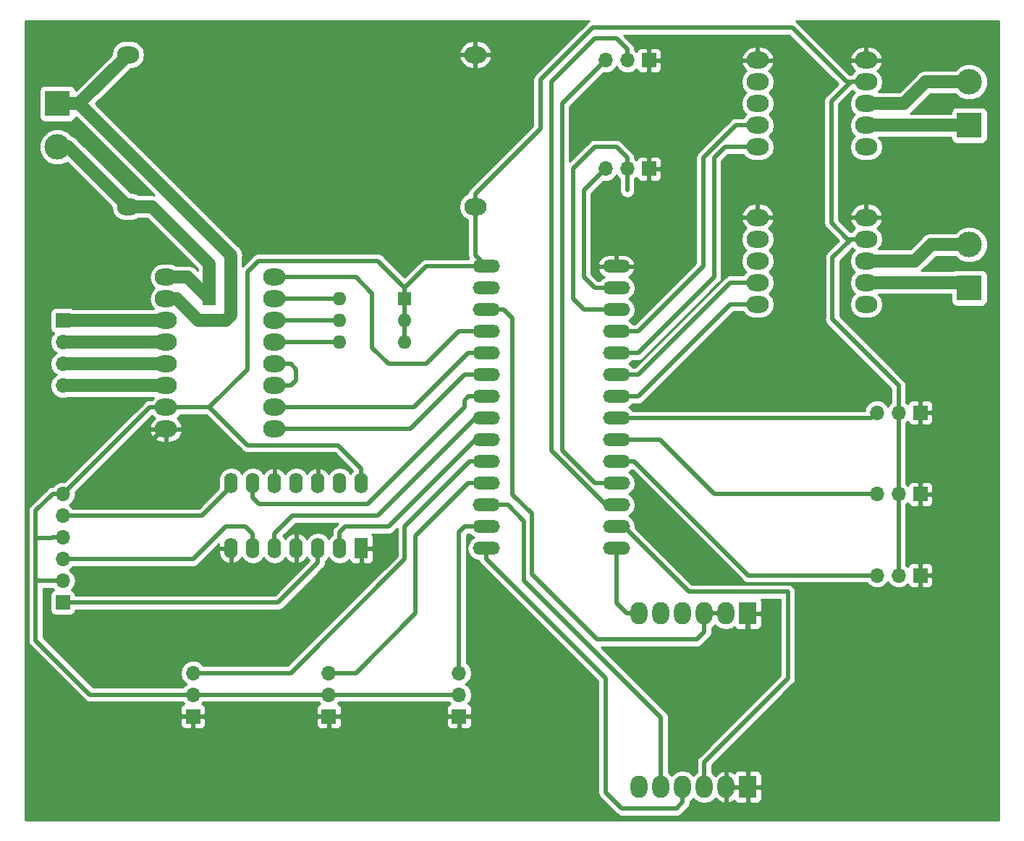
<source format=gbr>
G04 #@! TF.GenerationSoftware,KiCad,Pcbnew,5.0.0+dfsg1-2*
G04 #@! TF.CreationDate,2019-05-22T11:33:45+02:00*
G04 #@! TF.ProjectId,BLOBCNC_TOP,424C4F42434E435F544F502E6B696361,rev?*
G04 #@! TF.SameCoordinates,PXb438b80PY1b9d560*
G04 #@! TF.FileFunction,Copper,L1,Top,Signal*
G04 #@! TF.FilePolarity,Positive*
%FSLAX46Y46*%
G04 Gerber Fmt 4.6, Leading zero omitted, Abs format (unit mm)*
G04 Created by KiCad (PCBNEW 5.0.0+dfsg1-2) date Wed May 22 11:33:45 2019*
%MOMM*%
%LPD*%
G01*
G04 APERTURE LIST*
G04 #@! TA.AperFunction,ComponentPad*
%ADD10R,1.600000X1.600000*%
G04 #@! TD*
G04 #@! TA.AperFunction,ComponentPad*
%ADD11C,1.600000*%
G04 #@! TD*
G04 #@! TA.AperFunction,ComponentPad*
%ADD12O,2.600000X2.000000*%
G04 #@! TD*
G04 #@! TA.AperFunction,ComponentPad*
%ADD13C,3.000000*%
G04 #@! TD*
G04 #@! TA.AperFunction,ComponentPad*
%ADD14R,3.000000X3.000000*%
G04 #@! TD*
G04 #@! TA.AperFunction,ComponentPad*
%ADD15O,1.700000X1.700000*%
G04 #@! TD*
G04 #@! TA.AperFunction,ComponentPad*
%ADD16R,1.700000X1.700000*%
G04 #@! TD*
G04 #@! TA.AperFunction,ComponentPad*
%ADD17O,1.600000X1.600000*%
G04 #@! TD*
G04 #@! TA.AperFunction,ComponentPad*
%ADD18O,2.000000X2.600000*%
G04 #@! TD*
G04 #@! TA.AperFunction,ComponentPad*
%ADD19R,2.000000X2.600000*%
G04 #@! TD*
G04 #@! TA.AperFunction,ComponentPad*
%ADD20O,3.175000X1.524000*%
G04 #@! TD*
G04 #@! TA.AperFunction,ComponentPad*
%ADD21R,1.600000X2.400000*%
G04 #@! TD*
G04 #@! TA.AperFunction,ComponentPad*
%ADD22O,1.600000X2.400000*%
G04 #@! TD*
G04 #@! TA.AperFunction,ViaPad*
%ADD23C,2.000000*%
G04 #@! TD*
G04 #@! TA.AperFunction,Conductor*
%ADD24C,1.500000*%
G04 #@! TD*
G04 #@! TA.AperFunction,Conductor*
%ADD25C,0.500000*%
G04 #@! TD*
G04 #@! TA.AperFunction,Conductor*
%ADD26C,0.254000*%
G04 #@! TD*
G04 APERTURE END LIST*
D10*
G04 #@! TO.P,C1,1*
G04 #@! TO.N,+36V*
X-93091000Y-33274000D03*
D11*
G04 #@! TO.P,C1,2*
G04 #@! TO.N,GNDPWR*
X-90591000Y-33274000D03*
G04 #@! TD*
D12*
G04 #@! TO.P,Dr1,1*
G04 #@! TO.N,Net-(Dr1-Pad1)*
X-85471000Y-30734000D03*
G04 #@! TO.P,Dr1,2*
G04 #@! TO.N,Net-(Dr1-Pad2)*
X-85471000Y-33274000D03*
G04 #@! TO.P,Dr1,3*
G04 #@! TO.N,Net-(Dr1-Pad3)*
X-85471000Y-35814000D03*
G04 #@! TO.P,Dr1,4*
G04 #@! TO.N,Net-(Dr1-Pad4)*
X-85471000Y-38354000D03*
G04 #@! TO.P,Dr1,5*
G04 #@! TO.N,Net-(Dr1-Pad5)*
X-85471000Y-40894000D03*
G04 #@! TO.P,Dr1,6*
X-85471000Y-43434000D03*
G04 #@! TO.P,Dr1,7*
G04 #@! TO.N,Net-(Dr1-Pad7)*
X-85471000Y-45974000D03*
G04 #@! TO.P,Dr1,8*
G04 #@! TO.N,Net-(Dr1-Pad8)*
X-85471000Y-48514000D03*
G04 #@! TO.P,Dr1,9*
G04 #@! TO.N,GND*
X-98171000Y-48514000D03*
G04 #@! TO.P,Dr1,10*
G04 #@! TO.N,+5V*
X-98171000Y-45974000D03*
G04 #@! TO.P,Dr1,11*
G04 #@! TO.N,Net-(Dr1-Pad11)*
X-98171000Y-43434000D03*
G04 #@! TO.P,Dr1,12*
G04 #@! TO.N,Net-(Dr1-Pad12)*
X-98171000Y-40894000D03*
G04 #@! TO.P,Dr1,13*
G04 #@! TO.N,Net-(Dr1-Pad13)*
X-98171000Y-38354000D03*
G04 #@! TO.P,Dr1,14*
G04 #@! TO.N,Net-(Dr1-Pad14)*
X-98171000Y-35814000D03*
G04 #@! TO.P,Dr1,15*
G04 #@! TO.N,GNDPWR*
X-98171000Y-33274000D03*
G04 #@! TO.P,Dr1,16*
G04 #@! TO.N,+36V*
X-98171000Y-30734000D03*
G04 #@! TD*
D13*
G04 #@! TO.P,J1,2*
G04 #@! TO.N,Net-(J1-Pad2)*
X-4191000Y-7874000D03*
D14*
G04 #@! TO.P,J1,1*
G04 #@! TO.N,Net-(J1-Pad1)*
X-4191000Y-12954000D03*
G04 #@! TD*
G04 #@! TO.P,J2,1*
G04 #@! TO.N,Net-(J2-Pad1)*
X-4191000Y-32004000D03*
D13*
G04 #@! TO.P,J2,2*
G04 #@! TO.N,Net-(J2-Pad2)*
X-4191000Y-26924000D03*
G04 #@! TD*
D14*
G04 #@! TO.P,J3,1*
G04 #@! TO.N,GNDPWR*
X-110871000Y-10414000D03*
D13*
G04 #@! TO.P,J3,2*
G04 #@! TO.N,+36V*
X-110871000Y-15494000D03*
G04 #@! TD*
D15*
G04 #@! TO.P,J4,3*
G04 #@! TO.N,Net-(J4-Pad3)*
X-14986000Y-46609000D03*
G04 #@! TO.P,J4,2*
G04 #@! TO.N,+5V*
X-12446000Y-46609000D03*
D16*
G04 #@! TO.P,J4,1*
G04 #@! TO.N,GND*
X-9906000Y-46609000D03*
G04 #@! TD*
G04 #@! TO.P,J5,1*
G04 #@! TO.N,GND*
X-9906000Y-56134000D03*
D15*
G04 #@! TO.P,J5,2*
G04 #@! TO.N,+5V*
X-12446000Y-56134000D03*
G04 #@! TO.P,J5,3*
G04 #@! TO.N,Net-(J5-Pad3)*
X-14986000Y-56134000D03*
G04 #@! TD*
G04 #@! TO.P,J6,3*
G04 #@! TO.N,Net-(J6-Pad3)*
X-14986000Y-65659000D03*
G04 #@! TO.P,J6,2*
G04 #@! TO.N,+5V*
X-12446000Y-65659000D03*
D16*
G04 #@! TO.P,J6,1*
G04 #@! TO.N,GND*
X-9906000Y-65659000D03*
G04 #@! TD*
D15*
G04 #@! TO.P,J7,3*
G04 #@! TO.N,Net-(J7-Pad3)*
X-46736000Y-18034000D03*
G04 #@! TO.P,J7,2*
G04 #@! TO.N,Net-(J7-Pad2)*
X-44196000Y-18034000D03*
D16*
G04 #@! TO.P,J7,1*
G04 #@! TO.N,GND*
X-41656000Y-18034000D03*
G04 #@! TD*
G04 #@! TO.P,J8,1*
G04 #@! TO.N,GND*
X-41656000Y-5334000D03*
D15*
G04 #@! TO.P,J8,2*
G04 #@! TO.N,Net-(J8-Pad2)*
X-44196000Y-5334000D03*
G04 #@! TO.P,J8,3*
G04 #@! TO.N,Net-(J8-Pad3)*
X-46736000Y-5334000D03*
G04 #@! TD*
D16*
G04 #@! TO.P,J9,1*
G04 #@! TO.N,GND*
X-94996000Y-82169000D03*
D15*
G04 #@! TO.P,J9,2*
G04 #@! TO.N,+5V*
X-94996000Y-79629000D03*
G04 #@! TO.P,J9,3*
G04 #@! TO.N,Net-(J9-Pad3)*
X-94996000Y-77089000D03*
G04 #@! TD*
G04 #@! TO.P,J10,3*
G04 #@! TO.N,Net-(J10-Pad3)*
X-79121000Y-77089000D03*
G04 #@! TO.P,J10,2*
G04 #@! TO.N,+5V*
X-79121000Y-79629000D03*
D16*
G04 #@! TO.P,J10,1*
G04 #@! TO.N,GND*
X-79121000Y-82169000D03*
G04 #@! TD*
G04 #@! TO.P,J11,1*
G04 #@! TO.N,GND*
X-63881000Y-82169000D03*
D15*
G04 #@! TO.P,J11,2*
G04 #@! TO.N,+5V*
X-63881000Y-79629000D03*
G04 #@! TO.P,J11,3*
G04 #@! TO.N,Net-(J11-Pad3)*
X-63881000Y-77089000D03*
G04 #@! TD*
D16*
G04 #@! TO.P,J12,1*
G04 #@! TO.N,Net-(Dr1-Pad14)*
X-110236000Y-35814000D03*
D15*
G04 #@! TO.P,J12,2*
G04 #@! TO.N,Net-(Dr1-Pad13)*
X-110236000Y-38354000D03*
G04 #@! TO.P,J12,3*
G04 #@! TO.N,Net-(Dr1-Pad12)*
X-110236000Y-40894000D03*
G04 #@! TO.P,J12,4*
G04 #@! TO.N,Net-(Dr1-Pad11)*
X-110236000Y-43434000D03*
G04 #@! TD*
D16*
G04 #@! TO.P,J13,1*
G04 #@! TO.N,Net-(J13-Pad1)*
X-110236000Y-68834000D03*
D15*
G04 #@! TO.P,J13,2*
G04 #@! TO.N,+5V*
X-110236000Y-66294000D03*
G04 #@! TO.P,J13,3*
G04 #@! TO.N,Net-(J13-Pad3)*
X-110236000Y-63754000D03*
G04 #@! TO.P,J13,4*
G04 #@! TO.N,+5V*
X-110236000Y-61214000D03*
G04 #@! TO.P,J13,5*
G04 #@! TO.N,Net-(J13-Pad5)*
X-110236000Y-58674000D03*
G04 #@! TO.P,J13,6*
G04 #@! TO.N,+5V*
X-110236000Y-56134000D03*
G04 #@! TD*
D12*
G04 #@! TO.P,MotorDriver1,1*
G04 #@! TO.N,Net-(MotorDriver1-Pad1)*
X-28956000Y-15494000D03*
G04 #@! TO.P,MotorDriver1,2*
G04 #@! TO.N,Net-(MotorDriver1-Pad2)*
X-28956000Y-12954000D03*
G04 #@! TO.P,MotorDriver1,3*
G04 #@! TO.N,N/C*
X-28956000Y-10414000D03*
G04 #@! TO.P,MotorDriver1,4*
X-28956000Y-7874000D03*
G04 #@! TO.P,MotorDriver1,5*
G04 #@! TO.N,GND*
X-28956000Y-5334000D03*
G04 #@! TO.P,MotorDriver1,6*
X-16256000Y-5334000D03*
G04 #@! TO.P,MotorDriver1,7*
G04 #@! TO.N,+5V*
X-16256000Y-7874000D03*
G04 #@! TO.P,MotorDriver1,8*
G04 #@! TO.N,Net-(J1-Pad2)*
X-16256000Y-10414000D03*
G04 #@! TO.P,MotorDriver1,9*
G04 #@! TO.N,Net-(J1-Pad1)*
X-16256000Y-12954000D03*
G04 #@! TO.P,MotorDriver1,10*
G04 #@! TO.N,N/C*
X-16256000Y-15494000D03*
G04 #@! TD*
G04 #@! TO.P,MotorDriver2,10*
G04 #@! TO.N,N/C*
X-16256000Y-33909000D03*
G04 #@! TO.P,MotorDriver2,9*
G04 #@! TO.N,Net-(J2-Pad1)*
X-16256000Y-31369000D03*
G04 #@! TO.P,MotorDriver2,8*
G04 #@! TO.N,Net-(J2-Pad2)*
X-16256000Y-28829000D03*
G04 #@! TO.P,MotorDriver2,7*
G04 #@! TO.N,+5V*
X-16256000Y-26289000D03*
G04 #@! TO.P,MotorDriver2,6*
G04 #@! TO.N,GND*
X-16256000Y-23749000D03*
G04 #@! TO.P,MotorDriver2,5*
X-28956000Y-23749000D03*
G04 #@! TO.P,MotorDriver2,4*
G04 #@! TO.N,N/C*
X-28956000Y-26289000D03*
G04 #@! TO.P,MotorDriver2,3*
X-28956000Y-28829000D03*
G04 #@! TO.P,MotorDriver2,2*
G04 #@! TO.N,Net-(MotorDriver2-Pad2)*
X-28956000Y-31369000D03*
G04 #@! TO.P,MotorDriver2,1*
G04 #@! TO.N,Net-(MotorDriver2-Pad1)*
X-28956000Y-33909000D03*
G04 #@! TD*
D10*
G04 #@! TO.P,SW1,1*
G04 #@! TO.N,+5V*
X-70231000Y-33274000D03*
D17*
G04 #@! TO.P,SW1,4*
G04 #@! TO.N,Net-(Dr1-Pad4)*
X-77851000Y-38354000D03*
G04 #@! TO.P,SW1,2*
G04 #@! TO.N,+5V*
X-70231000Y-35814000D03*
G04 #@! TO.P,SW1,5*
G04 #@! TO.N,Net-(Dr1-Pad3)*
X-77851000Y-35814000D03*
G04 #@! TO.P,SW1,3*
G04 #@! TO.N,+5V*
X-70231000Y-38354000D03*
G04 #@! TO.P,SW1,6*
G04 #@! TO.N,Net-(Dr1-Pad2)*
X-77851000Y-33274000D03*
G04 #@! TD*
D12*
G04 #@! TO.P,U1,1*
G04 #@! TO.N,GNDPWR*
X-102616000Y-4699000D03*
G04 #@! TO.P,U1,2*
G04 #@! TO.N,+36V*
X-102616000Y-22479000D03*
G04 #@! TO.P,U1,3*
G04 #@! TO.N,GND*
X-61976000Y-4699000D03*
G04 #@! TO.P,U1,4*
G04 #@! TO.N,+5V*
X-61976000Y-22479000D03*
G04 #@! TD*
D18*
G04 #@! TO.P,U2,5*
G04 #@! TO.N,N/C*
X-42799000Y-90424000D03*
G04 #@! TO.P,U2,4*
G04 #@! TO.N,Net-(U2-Pad4)*
X-40259000Y-90424000D03*
G04 #@! TO.P,U2,3*
G04 #@! TO.N,Net-(U2-Pad3)*
X-37719000Y-90424000D03*
G04 #@! TO.P,U2,2*
G04 #@! TO.N,Net-(U2-Pad2)*
X-35179000Y-90424000D03*
G04 #@! TO.P,U2,1*
G04 #@! TO.N,GND*
X-32639000Y-90424000D03*
D19*
X-30099000Y-90424000D03*
X-30099000Y-70104000D03*
D18*
G04 #@! TO.P,U2,8*
G04 #@! TO.N,+3V3*
X-32639000Y-70104000D03*
X-35179000Y-70104000D03*
G04 #@! TO.P,U2,*
G04 #@! TO.N,*
X-37719000Y-70104000D03*
G04 #@! TO.P,U2,7*
G04 #@! TO.N,N/C*
X-40259000Y-70104000D03*
G04 #@! TO.P,U2,6*
G04 #@! TO.N,Net-(U2-Pad6)*
X-42799000Y-70104000D03*
G04 #@! TD*
D20*
G04 #@! TO.P,U3,0*
G04 #@! TO.N,Net-(J7-Pad3)*
X-45466000Y-32004000D03*
G04 #@! TO.P,U3,1*
G04 #@! TO.N,Net-(J7-Pad2)*
X-45466000Y-34544000D03*
G04 #@! TO.P,U3,2*
G04 #@! TO.N,Net-(MotorDriver1-Pad2)*
X-45466000Y-37084000D03*
G04 #@! TO.P,U3,3*
G04 #@! TO.N,Net-(MotorDriver1-Pad1)*
X-45466000Y-39624000D03*
G04 #@! TO.P,U3,4*
G04 #@! TO.N,Net-(MotorDriver2-Pad2)*
X-45466000Y-42164000D03*
G04 #@! TO.P,U3,5*
G04 #@! TO.N,Net-(MotorDriver2-Pad1)*
X-45466000Y-44704000D03*
G04 #@! TO.P,U3,6*
G04 #@! TO.N,Net-(J4-Pad3)*
X-45466000Y-47244000D03*
G04 #@! TO.P,U3,7*
G04 #@! TO.N,Net-(J5-Pad3)*
X-45466000Y-49784000D03*
G04 #@! TO.P,U3,8*
G04 #@! TO.N,Net-(J6-Pad3)*
X-45466000Y-52324000D03*
G04 #@! TO.P,U3,9*
G04 #@! TO.N,Net-(J8-Pad3)*
X-45466000Y-54864000D03*
G04 #@! TO.P,U3,10*
G04 #@! TO.N,Net-(J8-Pad2)*
X-45466000Y-57404000D03*
G04 #@! TO.P,U3,11*
G04 #@! TO.N,Net-(U2-Pad2)*
X-45466000Y-59944000D03*
G04 #@! TO.P,U3,12*
G04 #@! TO.N,Net-(U2-Pad6)*
X-45466000Y-62484000D03*
G04 #@! TO.P,U3,13*
G04 #@! TO.N,Net-(U2-Pad3)*
X-60706000Y-62484000D03*
G04 #@! TO.P,U3,14*
G04 #@! TO.N,Net-(J11-Pad3)*
X-60706000Y-59944000D03*
G04 #@! TO.P,U3,15*
G04 #@! TO.N,Net-(U2-Pad4)*
X-60706000Y-57404000D03*
G04 #@! TO.P,U3,16*
G04 #@! TO.N,Net-(J10-Pad3)*
X-60706000Y-54864000D03*
G04 #@! TO.P,U3,17*
G04 #@! TO.N,Net-(J9-Pad3)*
X-60706000Y-52324000D03*
G04 #@! TO.P,U3,18*
G04 #@! TO.N,Net-(U3-Pad18)*
X-60706000Y-49784000D03*
G04 #@! TO.P,U3,19*
G04 #@! TO.N,Net-(U3-Pad19)*
X-60706000Y-47244000D03*
G04 #@! TO.P,U3,20*
G04 #@! TO.N,Net-(U3-Pad20)*
X-60706000Y-44704000D03*
G04 #@! TO.P,U3,21*
G04 #@! TO.N,Net-(Dr1-Pad8)*
X-60706000Y-42164000D03*
G04 #@! TO.P,U3,22*
G04 #@! TO.N,Net-(Dr1-Pad7)*
X-60706000Y-39624000D03*
G04 #@! TO.P,U3,23*
G04 #@! TO.N,Net-(Dr1-Pad1)*
X-60706000Y-37084000D03*
G04 #@! TO.P,U3,24*
G04 #@! TO.N,+3V3*
X-60706000Y-34544000D03*
G04 #@! TO.P,U3,25*
G04 #@! TO.N,N/C*
X-60706000Y-32004000D03*
G04 #@! TO.P,U3,26*
G04 #@! TO.N,+5V*
X-60706000Y-29464000D03*
G04 #@! TO.P,U3,27*
G04 #@! TO.N,GND*
X-45466000Y-29464000D03*
G04 #@! TD*
D21*
G04 #@! TO.P,U4,1*
G04 #@! TO.N,GND*
X-75311000Y-62484000D03*
D22*
G04 #@! TO.P,U4,8*
G04 #@! TO.N,Net-(J13-Pad5)*
X-90551000Y-54864000D03*
G04 #@! TO.P,U4,2*
G04 #@! TO.N,Net-(U3-Pad18)*
X-77851000Y-62484000D03*
G04 #@! TO.P,U4,9*
G04 #@! TO.N,Net-(U3-Pad20)*
X-88011000Y-54864000D03*
G04 #@! TO.P,U4,3*
G04 #@! TO.N,Net-(J13-Pad1)*
X-80391000Y-62484000D03*
G04 #@! TO.P,U4,10*
G04 #@! TO.N,GND*
X-85471000Y-54864000D03*
G04 #@! TO.P,U4,4*
X-82931000Y-62484000D03*
G04 #@! TO.P,U4,11*
G04 #@! TO.N,N/C*
X-82931000Y-54864000D03*
G04 #@! TO.P,U4,5*
G04 #@! TO.N,Net-(U3-Pad19)*
X-85471000Y-62484000D03*
G04 #@! TO.P,U4,12*
G04 #@! TO.N,GND*
X-80391000Y-54864000D03*
G04 #@! TO.P,U4,6*
G04 #@! TO.N,Net-(J13-Pad3)*
X-88011000Y-62484000D03*
G04 #@! TO.P,U4,13*
G04 #@! TO.N,N/C*
X-77851000Y-54864000D03*
G04 #@! TO.P,U4,7*
G04 #@! TO.N,GND*
X-90551000Y-62484000D03*
G04 #@! TO.P,U4,14*
G04 #@! TO.N,+5V*
X-75311000Y-54864000D03*
G04 #@! TD*
D23*
G04 #@! TO.N,GND*
X-29972000Y-75184000D03*
X-20828000Y-75184000D03*
X-99060000Y-84836000D03*
X-99060000Y-72644000D03*
X-104140000Y-72644000D03*
X-104140000Y-66040000D03*
X-102108000Y-51308000D03*
X-110236000Y-51308000D03*
X-16256000Y-19812000D03*
X-23876000Y-19812000D03*
G04 #@! TD*
D24*
G04 #@! TO.N,+36V*
X-109601000Y-15494000D02*
X-102616000Y-22479000D01*
X-110871000Y-15494000D02*
X-109601000Y-15494000D01*
X-93091000Y-30974000D02*
X-93091000Y-33274000D01*
X-93091000Y-29204000D02*
X-93091000Y-30974000D01*
X-99816000Y-22479000D02*
X-93091000Y-29204000D01*
X-102616000Y-22479000D02*
X-99816000Y-22479000D01*
X-95631000Y-30734000D02*
X-98171000Y-30734000D01*
X-93091000Y-33274000D02*
X-95631000Y-30734000D01*
G04 #@! TO.N,GNDPWR*
X-108331000Y-10414000D02*
X-102616000Y-4699000D01*
X-90591000Y-35219000D02*
X-90591000Y-33274000D01*
X-91186000Y-35814000D02*
X-90591000Y-35219000D01*
X-94361000Y-35814000D02*
X-91186000Y-35814000D01*
X-98171000Y-33274000D02*
X-96901000Y-33274000D01*
X-96901000Y-33274000D02*
X-94361000Y-35814000D01*
X-90591000Y-33274000D02*
X-90591000Y-28154000D01*
X-108331000Y-10414000D02*
X-108966000Y-10414000D01*
X-90591000Y-28154000D02*
X-108331000Y-10414000D01*
X-110871000Y-10414000D02*
X-108966000Y-10414000D01*
D25*
G04 #@! TO.N,Net-(Dr1-Pad1)*
X-63881000Y-37084000D02*
X-60706000Y-37084000D01*
X-75946000Y-30734000D02*
X-74041000Y-32639000D01*
X-85471000Y-30734000D02*
X-75946000Y-30734000D01*
X-74041000Y-32639000D02*
X-74041000Y-38989000D01*
X-74041000Y-38989000D02*
X-72136000Y-40894000D01*
X-72136000Y-40894000D02*
X-67691000Y-40894000D01*
X-67691000Y-40894000D02*
X-63881000Y-37084000D01*
G04 #@! TO.N,Net-(Dr1-Pad2)*
X-83671000Y-33274000D02*
X-77851000Y-33274000D01*
X-85471000Y-33274000D02*
X-83671000Y-33274000D01*
G04 #@! TO.N,Net-(Dr1-Pad3)*
X-77851000Y-35814000D02*
X-85471000Y-35814000D01*
G04 #@! TO.N,Net-(Dr1-Pad4)*
X-85471000Y-38354000D02*
X-77851000Y-38354000D01*
G04 #@! TO.N,Net-(Dr1-Pad5)*
X-82931000Y-41529000D02*
X-82931000Y-42799000D01*
X-85471000Y-40894000D02*
X-83566000Y-40894000D01*
X-83566000Y-43434000D02*
X-85471000Y-43434000D01*
X-82931000Y-42799000D02*
X-83566000Y-43434000D01*
X-83566000Y-40894000D02*
X-82931000Y-41529000D01*
G04 #@! TO.N,Net-(Dr1-Pad7)*
X-62793500Y-39624000D02*
X-69143500Y-45974000D01*
X-60706000Y-39624000D02*
X-62793500Y-39624000D01*
X-69143500Y-45974000D02*
X-85471000Y-45974000D01*
G04 #@! TO.N,Net-(Dr1-Pad8)*
X-85471000Y-48514000D02*
X-69596000Y-48514000D01*
X-63246000Y-42164000D02*
X-60706000Y-42164000D01*
X-69596000Y-48514000D02*
X-63246000Y-42164000D01*
G04 #@! TO.N,GND*
X-30099000Y-70104000D02*
X-30099000Y-75057000D01*
X-30099000Y-75057000D02*
X-29972000Y-75184000D01*
X-20828000Y-75184000D02*
X-14224000Y-75184000D01*
X-96346000Y-82169000D02*
X-97300999Y-83123999D01*
X-94996000Y-82169000D02*
X-96346000Y-82169000D01*
X-94996000Y-82169000D02*
X-96393000Y-82169000D01*
X-96393000Y-82169000D02*
X-99060000Y-84836000D01*
X-99060000Y-72644000D02*
X-104140000Y-72644000D01*
X-103140001Y-67039999D02*
X-102599999Y-67039999D01*
X-104140000Y-66040000D02*
X-103140001Y-67039999D01*
X-101265000Y-51308000D02*
X-102108000Y-51308000D01*
X-98171000Y-48514000D02*
X-98471000Y-48514000D01*
X-98471000Y-48514000D02*
X-101265000Y-51308000D01*
X-16256000Y-23749000D02*
X-16256000Y-19812000D01*
G04 #@! TO.N,+5V*
X-61976000Y-28194000D02*
X-60706000Y-29464000D01*
X-61976000Y-22479000D02*
X-61976000Y-28194000D01*
X-67721000Y-29464000D02*
X-70231000Y-31974000D01*
X-70231000Y-31974000D02*
X-70231000Y-33274000D01*
X-60706000Y-29464000D02*
X-67721000Y-29464000D01*
X-70231000Y-33274000D02*
X-70231000Y-38354000D01*
X-88646000Y-41529000D02*
X-93091000Y-45974000D01*
X-88646000Y-30099000D02*
X-88646000Y-41529000D01*
X-87376000Y-28829000D02*
X-88646000Y-30099000D01*
X-93091000Y-45974000D02*
X-98171000Y-45974000D01*
X-70231000Y-31974000D02*
X-73376000Y-28829000D01*
X-73376000Y-28829000D02*
X-87376000Y-28829000D01*
X-100076000Y-45974000D02*
X-110236000Y-56134000D01*
X-98171000Y-45974000D02*
X-100076000Y-45974000D01*
X-75311000Y-53164000D02*
X-78056000Y-50419000D01*
X-75311000Y-54864000D02*
X-75311000Y-53164000D01*
X-88646000Y-50419000D02*
X-93091000Y-45974000D01*
X-78056000Y-50419000D02*
X-88646000Y-50419000D01*
X-111438081Y-56134000D02*
X-113411000Y-58106919D01*
X-110236000Y-56134000D02*
X-111438081Y-56134000D01*
X-107061000Y-79629000D02*
X-63881000Y-79629000D01*
X-113411000Y-73279000D02*
X-107061000Y-79629000D01*
X-110236000Y-61214000D02*
X-111438081Y-61214000D01*
X-111438081Y-61214000D02*
X-111536001Y-61311920D01*
X-113313080Y-61311920D02*
X-113411000Y-61214000D01*
X-111536001Y-61311920D02*
X-113313080Y-61311920D01*
X-113411000Y-58106919D02*
X-113411000Y-61214000D01*
X-113411000Y-61214000D02*
X-113411000Y-66294000D01*
X-110236000Y-66294000D02*
X-113411000Y-66294000D01*
X-113411000Y-66294000D02*
X-113411000Y-73279000D01*
X-61976000Y-20979000D02*
X-54356000Y-13359000D01*
X-61976000Y-22479000D02*
X-61976000Y-20979000D01*
X-54356000Y-13359000D02*
X-54356000Y-7620000D01*
X-54356000Y-7620000D02*
X-48260000Y-1524000D01*
X-48260000Y-1524000D02*
X-24892000Y-1524000D01*
X-18542000Y-7874000D02*
X-16256000Y-7874000D01*
X-24892000Y-1524000D02*
X-18542000Y-7874000D01*
X-18056000Y-7874000D02*
X-20320000Y-10138000D01*
X-16256000Y-7874000D02*
X-18056000Y-7874000D01*
X-20320000Y-10138000D02*
X-20320000Y-24384000D01*
X-18415000Y-26289000D02*
X-16256000Y-26289000D01*
X-20320000Y-24384000D02*
X-18415000Y-26289000D01*
X-18056000Y-26289000D02*
X-20215000Y-28448000D01*
X-16256000Y-26289000D02*
X-18056000Y-26289000D01*
X-20215000Y-28448000D02*
X-20215000Y-35665000D01*
X-12446000Y-43434000D02*
X-12446000Y-46609000D01*
X-20215000Y-35665000D02*
X-12446000Y-43434000D01*
X-12446000Y-46609000D02*
X-12446000Y-65659000D01*
D24*
G04 #@! TO.N,Net-(Dr1-Pad11)*
X-98171000Y-43434000D02*
X-110236000Y-43434000D01*
G04 #@! TO.N,Net-(Dr1-Pad12)*
X-110236000Y-40894000D02*
X-98171000Y-40894000D01*
G04 #@! TO.N,Net-(Dr1-Pad13)*
X-98171000Y-38354000D02*
X-110236000Y-38354000D01*
G04 #@! TO.N,Net-(Dr1-Pad14)*
X-110236000Y-35814000D02*
X-98171000Y-35814000D01*
G04 #@! TO.N,Net-(J1-Pad2)*
X-16256000Y-10414000D02*
X-11811000Y-10414000D01*
X-11811000Y-10414000D02*
X-9271000Y-7874000D01*
X-9271000Y-7874000D02*
X-4191000Y-7874000D01*
G04 #@! TO.N,Net-(J1-Pad1)*
X-16256000Y-12954000D02*
X-4191000Y-12954000D01*
G04 #@! TO.N,Net-(J2-Pad1)*
X-4826000Y-31369000D02*
X-4191000Y-32004000D01*
X-16256000Y-31369000D02*
X-4826000Y-31369000D01*
G04 #@! TO.N,Net-(J2-Pad2)*
X-16256000Y-28829000D02*
X-10541000Y-28829000D01*
X-10541000Y-28829000D02*
X-8636000Y-26924000D01*
X-8636000Y-26924000D02*
X-4191000Y-26924000D01*
D25*
G04 #@! TO.N,Net-(J4-Pad3)*
X-15621000Y-47244000D02*
X-14986000Y-46609000D01*
X-45466000Y-47244000D02*
X-15621000Y-47244000D01*
G04 #@! TO.N,Net-(J5-Pad3)*
X-14986000Y-56134000D02*
X-34036000Y-56134000D01*
X-40386000Y-49784000D02*
X-45466000Y-49784000D01*
X-34036000Y-56134000D02*
X-40386000Y-49784000D01*
G04 #@! TO.N,Net-(J6-Pad3)*
X-16188081Y-65659000D02*
X-14986000Y-65659000D01*
X-30043500Y-65659000D02*
X-16188081Y-65659000D01*
X-43378500Y-52324000D02*
X-30043500Y-65659000D01*
X-45466000Y-52324000D02*
X-43378500Y-52324000D01*
G04 #@! TO.N,Net-(J7-Pad3)*
X-49276000Y-30734000D02*
X-48006000Y-32004000D01*
X-46736000Y-18034000D02*
X-49276000Y-20574000D01*
X-48006000Y-32004000D02*
X-45466000Y-32004000D01*
X-49276000Y-20574000D02*
X-49276000Y-30734000D01*
G04 #@! TO.N,Net-(J7-Pad2)*
X-44196000Y-18034000D02*
X-44196000Y-20574000D01*
X-44196000Y-18034000D02*
X-44196000Y-16764000D01*
X-44196000Y-16764000D02*
X-45466000Y-15494000D01*
X-45466000Y-15494000D02*
X-48006000Y-15494000D01*
X-48006000Y-15494000D02*
X-50546000Y-18034000D01*
X-50546000Y-18034000D02*
X-50546000Y-33274000D01*
X-49276000Y-34544000D02*
X-45466000Y-34544000D01*
X-50546000Y-33274000D02*
X-49276000Y-34544000D01*
G04 #@! TO.N,Net-(J8-Pad2)*
X-46736000Y-57404000D02*
X-53086000Y-51054000D01*
X-45466000Y-2794000D02*
X-44196000Y-4064000D01*
X-45466000Y-57404000D02*
X-46736000Y-57404000D01*
X-53086000Y-51054000D02*
X-53086000Y-7874000D01*
X-44196000Y-4064000D02*
X-44196000Y-5334000D01*
X-53086000Y-7874000D02*
X-48006000Y-2794000D01*
X-48006000Y-2794000D02*
X-45466000Y-2794000D01*
G04 #@! TO.N,Net-(J8-Pad3)*
X-46736000Y-5334000D02*
X-51816000Y-10414000D01*
X-51816000Y-10414000D02*
X-51816000Y-51054000D01*
X-48006000Y-54864000D02*
X-45466000Y-54864000D01*
X-51816000Y-51054000D02*
X-48006000Y-54864000D01*
G04 #@! TO.N,Net-(J9-Pad3)*
X-83566000Y-77089000D02*
X-94996000Y-77089000D01*
X-70231000Y-63754000D02*
X-83566000Y-77089000D01*
X-70231000Y-59944000D02*
X-70231000Y-63754000D01*
X-60706000Y-52324000D02*
X-62611000Y-52324000D01*
X-62611000Y-52324000D02*
X-70231000Y-59944000D01*
G04 #@! TO.N,Net-(J10-Pad3)*
X-62793500Y-54864000D02*
X-68961000Y-61031500D01*
X-60706000Y-54864000D02*
X-62793500Y-54864000D01*
X-68961000Y-61031500D02*
X-68961000Y-70104000D01*
X-75946000Y-77089000D02*
X-79121000Y-77089000D01*
X-68961000Y-70104000D02*
X-75946000Y-77089000D01*
G04 #@! TO.N,Net-(J11-Pad3)*
X-63246000Y-59944000D02*
X-60706000Y-59944000D01*
X-63881000Y-77089000D02*
X-63881000Y-60579000D01*
X-63881000Y-60579000D02*
X-63246000Y-59944000D01*
G04 #@! TO.N,Net-(J13-Pad1)*
X-108886000Y-68834000D02*
X-110236000Y-68834000D01*
X-85041000Y-68834000D02*
X-108886000Y-68834000D01*
X-80391000Y-64184000D02*
X-85041000Y-68834000D01*
X-80391000Y-62484000D02*
X-80391000Y-64184000D01*
G04 #@! TO.N,Net-(J13-Pad3)*
X-88011000Y-60784000D02*
X-88851000Y-59944000D01*
X-88011000Y-62484000D02*
X-88011000Y-60784000D01*
X-88851000Y-59944000D02*
X-91186000Y-59944000D01*
X-91186000Y-59944000D02*
X-94996000Y-63754000D01*
X-94996000Y-63754000D02*
X-110236000Y-63754000D01*
G04 #@! TO.N,Net-(J13-Pad5)*
X-90551000Y-55264000D02*
X-93961000Y-58674000D01*
X-90551000Y-54864000D02*
X-90551000Y-55264000D01*
X-93961000Y-58674000D02*
X-110236000Y-58674000D01*
G04 #@! TO.N,Net-(MotorDriver1-Pad1)*
X-42926000Y-39624000D02*
X-45466000Y-39624000D01*
X-34036000Y-30734000D02*
X-42926000Y-39624000D01*
X-34036000Y-16764000D02*
X-34036000Y-30734000D01*
X-28956000Y-15494000D02*
X-32766000Y-15494000D01*
X-32766000Y-15494000D02*
X-34036000Y-16764000D01*
G04 #@! TO.N,Net-(MotorDriver1-Pad2)*
X-31496000Y-12954000D02*
X-28956000Y-12954000D01*
X-35306000Y-16764000D02*
X-31496000Y-12954000D01*
X-45466000Y-37084000D02*
X-42926000Y-37084000D01*
X-35306000Y-29464000D02*
X-35306000Y-16764000D01*
X-42926000Y-37084000D02*
X-35306000Y-29464000D01*
G04 #@! TO.N,Net-(MotorDriver2-Pad2)*
X-45466000Y-42164000D02*
X-42926000Y-42164000D01*
X-42926000Y-42164000D02*
X-32131000Y-31369000D01*
X-32131000Y-31369000D02*
X-28956000Y-31369000D01*
G04 #@! TO.N,Net-(MotorDriver2-Pad1)*
X-32131000Y-33909000D02*
X-28956000Y-33909000D01*
X-45466000Y-44704000D02*
X-42926000Y-44704000D01*
X-42926000Y-44704000D02*
X-32131000Y-33909000D01*
G04 #@! TO.N,Net-(U2-Pad4)*
X-40259000Y-90424000D02*
X-40259000Y-82296000D01*
X-40259000Y-82296000D02*
X-56261000Y-66294000D01*
X-56261000Y-66294000D02*
X-56261000Y-59309000D01*
X-58166000Y-57404000D02*
X-60706000Y-57404000D01*
X-56261000Y-59309000D02*
X-58166000Y-57404000D01*
G04 #@! TO.N,Net-(U2-Pad3)*
X-37719000Y-92224000D02*
X-37719000Y-90424000D01*
X-60706000Y-62484000D02*
X-60706000Y-63746000D01*
X-60706000Y-63746000D02*
X-46736000Y-77716000D01*
X-46736000Y-91059000D02*
X-44831000Y-92964000D01*
X-44831000Y-92964000D02*
X-38459000Y-92964000D01*
X-46736000Y-77716000D02*
X-46736000Y-91059000D01*
X-38459000Y-92964000D02*
X-37719000Y-92224000D01*
G04 #@! TO.N,Net-(U2-Pad2)*
X-35179000Y-87503000D02*
X-35179000Y-90424000D01*
X-25400000Y-67564000D02*
X-25400000Y-77724000D01*
X-37020500Y-67564000D02*
X-25400000Y-67564000D01*
X-25400000Y-77724000D02*
X-35179000Y-87503000D01*
X-45466000Y-59944000D02*
X-44640500Y-59944000D01*
X-44640500Y-59944000D02*
X-37020500Y-67564000D01*
G04 #@! TO.N,+3V3*
X-32639000Y-70104000D02*
X-35179000Y-70104000D01*
X-35179000Y-72263000D02*
X-35179000Y-70104000D01*
X-36068000Y-73152000D02*
X-35179000Y-72263000D01*
X-58618500Y-34544000D02*
X-57602500Y-35560000D01*
X-60706000Y-34544000D02*
X-58618500Y-34544000D01*
X-57602500Y-35560000D02*
X-57602500Y-56189500D01*
X-47752000Y-73152000D02*
X-36068000Y-73152000D01*
X-55372000Y-58420000D02*
X-55372000Y-65532000D01*
X-57602500Y-56189500D02*
X-55372000Y-58420000D01*
X-55372000Y-65532000D02*
X-47752000Y-73152000D01*
G04 #@! TO.N,Net-(U2-Pad6)*
X-44299000Y-70104000D02*
X-42799000Y-70104000D01*
X-45466000Y-68937000D02*
X-44299000Y-70104000D01*
X-45466000Y-62484000D02*
X-45466000Y-68937000D01*
G04 #@! TO.N,Net-(U3-Pad18)*
X-60706000Y-49784000D02*
X-61976000Y-49784000D01*
X-61976000Y-49784000D02*
X-72136000Y-59944000D01*
X-72136000Y-59944000D02*
X-77216000Y-59944000D01*
X-77851000Y-60579000D02*
X-77851000Y-62484000D01*
X-77216000Y-59944000D02*
X-77851000Y-60579000D01*
G04 #@! TO.N,Net-(U3-Pad19)*
X-85471000Y-60784000D02*
X-85471000Y-62484000D01*
X-83361000Y-58674000D02*
X-85471000Y-60784000D01*
X-73406000Y-58674000D02*
X-83361000Y-58674000D01*
X-60706000Y-47244000D02*
X-61976000Y-47244000D01*
X-61976000Y-47244000D02*
X-73406000Y-58674000D01*
G04 #@! TO.N,Net-(U3-Pad20)*
X-88011000Y-56564000D02*
X-88011000Y-54864000D01*
X-60706000Y-44704000D02*
X-62793500Y-44704000D01*
X-62793500Y-44704000D02*
X-63246000Y-45156500D01*
X-74610990Y-57338990D02*
X-87236010Y-57338990D01*
X-63246000Y-45156500D02*
X-63246000Y-45974000D01*
X-63246000Y-45974000D02*
X-74610990Y-57338990D01*
X-87236010Y-57338990D02*
X-88011000Y-56564000D01*
G04 #@! TD*
D26*
G04 #@! TO.N,GND*
G36*
X-48824155Y-836576D02*
X-48824156Y-836577D01*
X-48898049Y-885951D01*
X-48947423Y-959844D01*
X-54920155Y-6932577D01*
X-54994048Y-6981951D01*
X-55043422Y-7055844D01*
X-55043424Y-7055846D01*
X-55189652Y-7274691D01*
X-55258337Y-7620000D01*
X-55240999Y-7707165D01*
X-55241000Y-12992421D01*
X-62540155Y-20291577D01*
X-62614048Y-20340951D01*
X-62663422Y-20414844D01*
X-62663424Y-20414846D01*
X-62809652Y-20633691D01*
X-62868558Y-20929836D01*
X-62913945Y-20938864D01*
X-63454769Y-21300231D01*
X-63816136Y-21841055D01*
X-63943031Y-22479000D01*
X-63816136Y-23116945D01*
X-63454769Y-23657769D01*
X-62913945Y-24019136D01*
X-62861000Y-24029667D01*
X-62860999Y-28106835D01*
X-62878337Y-28194000D01*
X-62809652Y-28539309D01*
X-62783131Y-28579000D01*
X-67633841Y-28579000D01*
X-67721001Y-28561663D01*
X-67808160Y-28579000D01*
X-67808165Y-28579000D01*
X-68066310Y-28630348D01*
X-68221384Y-28733966D01*
X-68285155Y-28776576D01*
X-68285156Y-28776577D01*
X-68359049Y-28825951D01*
X-68408423Y-28899844D01*
X-70231000Y-30722421D01*
X-72688575Y-28264847D01*
X-72737951Y-28190951D01*
X-73030690Y-27995348D01*
X-73288835Y-27944000D01*
X-73288839Y-27944000D01*
X-73376000Y-27926663D01*
X-73463161Y-27944000D01*
X-87288841Y-27944000D01*
X-87376001Y-27926663D01*
X-87463161Y-27944000D01*
X-87463165Y-27944000D01*
X-87721310Y-27995348D01*
X-87828544Y-28067000D01*
X-87940155Y-28141576D01*
X-87940156Y-28141577D01*
X-88014049Y-28190951D01*
X-88063423Y-28264844D01*
X-89206000Y-29407422D01*
X-89206000Y-28290407D01*
X-89178867Y-28154000D01*
X-89286359Y-27613600D01*
X-89463374Y-27348678D01*
X-89592471Y-27155471D01*
X-89708112Y-27078202D01*
X-106372315Y-10414000D01*
X-102292314Y-6334000D01*
X-102154969Y-6334000D01*
X-101678055Y-6239136D01*
X-101137231Y-5877769D01*
X-100775864Y-5336945D01*
X-100724642Y-5079434D01*
X-63866124Y-5079434D01*
X-63835144Y-5207355D01*
X-63521922Y-5765317D01*
X-63019020Y-6160942D01*
X-62403000Y-6334000D01*
X-62103000Y-6334000D01*
X-62103000Y-4826000D01*
X-61849000Y-4826000D01*
X-61849000Y-6334000D01*
X-61549000Y-6334000D01*
X-60932980Y-6160942D01*
X-60430078Y-5765317D01*
X-60116856Y-5207355D01*
X-60085876Y-5079434D01*
X-60205223Y-4826000D01*
X-61849000Y-4826000D01*
X-62103000Y-4826000D01*
X-63746777Y-4826000D01*
X-63866124Y-5079434D01*
X-100724642Y-5079434D01*
X-100648969Y-4699000D01*
X-100724641Y-4318566D01*
X-63866124Y-4318566D01*
X-63746777Y-4572000D01*
X-62103000Y-4572000D01*
X-62103000Y-3064000D01*
X-61849000Y-3064000D01*
X-61849000Y-4572000D01*
X-60205223Y-4572000D01*
X-60085876Y-4318566D01*
X-60116856Y-4190645D01*
X-60430078Y-3632683D01*
X-60932980Y-3237058D01*
X-61549000Y-3064000D01*
X-61849000Y-3064000D01*
X-62103000Y-3064000D01*
X-62403000Y-3064000D01*
X-63019020Y-3237058D01*
X-63521922Y-3632683D01*
X-63835144Y-4190645D01*
X-63866124Y-4318566D01*
X-100724641Y-4318566D01*
X-100775864Y-4061055D01*
X-101137231Y-3520231D01*
X-101678055Y-3158864D01*
X-102154969Y-3064000D01*
X-103077031Y-3064000D01*
X-103553945Y-3158864D01*
X-104094769Y-3520231D01*
X-104456136Y-4061055D01*
X-104583031Y-4699000D01*
X-104581646Y-4705961D01*
X-108734531Y-8858846D01*
X-108772843Y-8666235D01*
X-108913191Y-8456191D01*
X-109123235Y-8315843D01*
X-109371000Y-8266560D01*
X-112371000Y-8266560D01*
X-112618765Y-8315843D01*
X-112828809Y-8456191D01*
X-112969157Y-8666235D01*
X-113018440Y-8914000D01*
X-113018440Y-11914000D01*
X-112969157Y-12161765D01*
X-112828809Y-12371809D01*
X-112618765Y-12512157D01*
X-112371000Y-12561440D01*
X-109371000Y-12561440D01*
X-109123235Y-12512157D01*
X-108913191Y-12371809D01*
X-108772843Y-12161765D01*
X-108734531Y-11969154D01*
X-99592327Y-21111358D01*
X-99679593Y-21094000D01*
X-99816000Y-21066867D01*
X-99952407Y-21094000D01*
X-101445878Y-21094000D01*
X-101678055Y-20938864D01*
X-102154969Y-20844000D01*
X-102292314Y-20844000D01*
X-108525201Y-14611114D01*
X-108602471Y-14495471D01*
X-109060600Y-14189359D01*
X-109180056Y-14165598D01*
X-109661620Y-13684034D01*
X-110446322Y-13359000D01*
X-111295678Y-13359000D01*
X-112080380Y-13684034D01*
X-112680966Y-14284620D01*
X-113006000Y-15069322D01*
X-113006000Y-15918678D01*
X-112680966Y-16703380D01*
X-112080380Y-17303966D01*
X-111295678Y-17629000D01*
X-110446322Y-17629000D01*
X-109723916Y-17329770D01*
X-104581646Y-22472039D01*
X-104583031Y-22479000D01*
X-104456136Y-23116945D01*
X-104094769Y-23657769D01*
X-103553945Y-24019136D01*
X-103077031Y-24114000D01*
X-102154969Y-24114000D01*
X-101678055Y-24019136D01*
X-101445878Y-23864000D01*
X-100389685Y-23864000D01*
X-94476000Y-29777686D01*
X-94476000Y-29930315D01*
X-94555200Y-29851115D01*
X-94632471Y-29735471D01*
X-95090600Y-29429359D01*
X-95494593Y-29349000D01*
X-95631000Y-29321867D01*
X-95767407Y-29349000D01*
X-97000878Y-29349000D01*
X-97233055Y-29193864D01*
X-97709969Y-29099000D01*
X-98632031Y-29099000D01*
X-99108945Y-29193864D01*
X-99649769Y-29555231D01*
X-100011136Y-30096055D01*
X-100138031Y-30734000D01*
X-100011136Y-31371945D01*
X-99649769Y-31912769D01*
X-99513232Y-32004000D01*
X-99649769Y-32095231D01*
X-100011136Y-32636055D01*
X-100138031Y-33274000D01*
X-100011136Y-33911945D01*
X-99665651Y-34429000D01*
X-109043715Y-34429000D01*
X-109138235Y-34365843D01*
X-109386000Y-34316560D01*
X-111086000Y-34316560D01*
X-111333765Y-34365843D01*
X-111543809Y-34506191D01*
X-111684157Y-34716235D01*
X-111733440Y-34964000D01*
X-111733440Y-36664000D01*
X-111684157Y-36911765D01*
X-111543809Y-37121809D01*
X-111333765Y-37262157D01*
X-111288381Y-37271184D01*
X-111306625Y-37283375D01*
X-111634839Y-37774582D01*
X-111750092Y-38354000D01*
X-111634839Y-38933418D01*
X-111306625Y-39424625D01*
X-111008239Y-39624000D01*
X-111306625Y-39823375D01*
X-111634839Y-40314582D01*
X-111750092Y-40894000D01*
X-111634839Y-41473418D01*
X-111306625Y-41964625D01*
X-111008239Y-42164000D01*
X-111306625Y-42363375D01*
X-111634839Y-42854582D01*
X-111750092Y-43434000D01*
X-111634839Y-44013418D01*
X-111306625Y-44504625D01*
X-110815418Y-44832839D01*
X-110382256Y-44919000D01*
X-110089744Y-44919000D01*
X-109656582Y-44832839D01*
X-109635870Y-44819000D01*
X-99665651Y-44819000D01*
X-99846059Y-45089000D01*
X-99988839Y-45089000D01*
X-100076000Y-45071663D01*
X-100163161Y-45089000D01*
X-100163165Y-45089000D01*
X-100421310Y-45140348D01*
X-100640155Y-45286576D01*
X-100640156Y-45286577D01*
X-100714049Y-45335951D01*
X-100763423Y-45409844D01*
X-110017040Y-54663462D01*
X-110089744Y-54649000D01*
X-110382256Y-54649000D01*
X-110815418Y-54735161D01*
X-111306625Y-55063375D01*
X-111421302Y-55235001D01*
X-111438081Y-55231663D01*
X-111525242Y-55249000D01*
X-111525246Y-55249000D01*
X-111783391Y-55300348D01*
X-112002236Y-55446576D01*
X-112002237Y-55446577D01*
X-112076130Y-55495951D01*
X-112125504Y-55569844D01*
X-113975153Y-57419494D01*
X-114049049Y-57468870D01*
X-114244652Y-57761610D01*
X-114296000Y-58019755D01*
X-114296000Y-58019758D01*
X-114313337Y-58106919D01*
X-114296000Y-58194080D01*
X-114295999Y-61126831D01*
X-114296000Y-61126836D01*
X-114296000Y-61126839D01*
X-114313337Y-61214000D01*
X-114296000Y-61301161D01*
X-114295999Y-66206831D01*
X-114313338Y-66294000D01*
X-114296000Y-66381164D01*
X-114295999Y-73191835D01*
X-114313337Y-73279000D01*
X-114244652Y-73624309D01*
X-114098424Y-73843154D01*
X-114098422Y-73843156D01*
X-114049048Y-73917049D01*
X-113975155Y-73966423D01*
X-107748423Y-80193156D01*
X-107699049Y-80267049D01*
X-107625156Y-80316423D01*
X-107625155Y-80316424D01*
X-107514120Y-80390615D01*
X-107406310Y-80462652D01*
X-107148165Y-80514000D01*
X-107148161Y-80514000D01*
X-107061001Y-80531337D01*
X-106973841Y-80514000D01*
X-96190656Y-80514000D01*
X-96066625Y-80699625D01*
X-96044967Y-80714096D01*
X-96205698Y-80780673D01*
X-96384327Y-80959301D01*
X-96481000Y-81192690D01*
X-96481000Y-81883250D01*
X-96322250Y-82042000D01*
X-95123000Y-82042000D01*
X-95123000Y-82022000D01*
X-94869000Y-82022000D01*
X-94869000Y-82042000D01*
X-93669750Y-82042000D01*
X-93511000Y-81883250D01*
X-93511000Y-81192690D01*
X-93607673Y-80959301D01*
X-93786302Y-80780673D01*
X-93947033Y-80714096D01*
X-93925375Y-80699625D01*
X-93801344Y-80514000D01*
X-80315656Y-80514000D01*
X-80191625Y-80699625D01*
X-80169967Y-80714096D01*
X-80330698Y-80780673D01*
X-80509327Y-80959301D01*
X-80606000Y-81192690D01*
X-80606000Y-81883250D01*
X-80447250Y-82042000D01*
X-79248000Y-82042000D01*
X-79248000Y-82022000D01*
X-78994000Y-82022000D01*
X-78994000Y-82042000D01*
X-77794750Y-82042000D01*
X-77636000Y-81883250D01*
X-77636000Y-81192690D01*
X-77732673Y-80959301D01*
X-77911302Y-80780673D01*
X-78072033Y-80714096D01*
X-78050375Y-80699625D01*
X-77926344Y-80514000D01*
X-65075656Y-80514000D01*
X-64951625Y-80699625D01*
X-64929967Y-80714096D01*
X-65090698Y-80780673D01*
X-65269327Y-80959301D01*
X-65366000Y-81192690D01*
X-65366000Y-81883250D01*
X-65207250Y-82042000D01*
X-64008000Y-82042000D01*
X-64008000Y-82022000D01*
X-63754000Y-82022000D01*
X-63754000Y-82042000D01*
X-62554750Y-82042000D01*
X-62396000Y-81883250D01*
X-62396000Y-81192690D01*
X-62492673Y-80959301D01*
X-62671302Y-80780673D01*
X-62832033Y-80714096D01*
X-62810375Y-80699625D01*
X-62482161Y-80208418D01*
X-62366908Y-79629000D01*
X-62482161Y-79049582D01*
X-62810375Y-78558375D01*
X-63108761Y-78359000D01*
X-62810375Y-78159625D01*
X-62482161Y-77668418D01*
X-62366908Y-77089000D01*
X-62482161Y-76509582D01*
X-62810375Y-76018375D01*
X-62996000Y-75894344D01*
X-62996000Y-60945578D01*
X-62879421Y-60829000D01*
X-62620318Y-60829000D01*
X-62538680Y-60951180D01*
X-62145342Y-61214000D01*
X-62538680Y-61476820D01*
X-62847444Y-61938918D01*
X-62955868Y-62484000D01*
X-62847444Y-63029082D01*
X-62538680Y-63491180D01*
X-62076582Y-63799944D01*
X-61669088Y-63881000D01*
X-61581484Y-63881000D01*
X-61539652Y-64091309D01*
X-61393424Y-64310154D01*
X-61393422Y-64310156D01*
X-61344048Y-64384049D01*
X-61270155Y-64433423D01*
X-47621000Y-78082579D01*
X-47620999Y-90971834D01*
X-47638337Y-91059000D01*
X-47569652Y-91404309D01*
X-47423424Y-91623154D01*
X-47423422Y-91623156D01*
X-47374048Y-91697049D01*
X-47300155Y-91746423D01*
X-45518423Y-93528156D01*
X-45469049Y-93602049D01*
X-45395156Y-93651423D01*
X-45395155Y-93651424D01*
X-45176310Y-93797652D01*
X-44918165Y-93849000D01*
X-44918161Y-93849000D01*
X-44831000Y-93866337D01*
X-44743839Y-93849000D01*
X-38546161Y-93849000D01*
X-38459000Y-93866337D01*
X-38371839Y-93849000D01*
X-38371835Y-93849000D01*
X-38113690Y-93797652D01*
X-37820951Y-93602049D01*
X-37771575Y-93528153D01*
X-37154844Y-92911423D01*
X-37080951Y-92862049D01*
X-36885348Y-92569310D01*
X-36834000Y-92311165D01*
X-36834000Y-92311160D01*
X-36816663Y-92224001D01*
X-36834000Y-92136841D01*
X-36834000Y-92099059D01*
X-36540231Y-91902769D01*
X-36449000Y-91766232D01*
X-36357769Y-91902769D01*
X-35816944Y-92264136D01*
X-35179000Y-92391031D01*
X-34541055Y-92264136D01*
X-34000231Y-91902769D01*
X-33889048Y-91736371D01*
X-33705317Y-91969922D01*
X-33147355Y-92283144D01*
X-33019434Y-92314124D01*
X-32766000Y-92194777D01*
X-32766000Y-90551000D01*
X-32512000Y-90551000D01*
X-32512000Y-92194777D01*
X-32258566Y-92314124D01*
X-32130645Y-92283144D01*
X-31663368Y-92020830D01*
X-31637327Y-92083698D01*
X-31458699Y-92262327D01*
X-31225310Y-92359000D01*
X-30384750Y-92359000D01*
X-30226000Y-92200250D01*
X-30226000Y-90551000D01*
X-29972000Y-90551000D01*
X-29972000Y-92200250D01*
X-29813250Y-92359000D01*
X-28972690Y-92359000D01*
X-28739301Y-92262327D01*
X-28560673Y-92083698D01*
X-28464000Y-91850309D01*
X-28464000Y-90709750D01*
X-28622750Y-90551000D01*
X-29972000Y-90551000D01*
X-30226000Y-90551000D01*
X-32512000Y-90551000D01*
X-32766000Y-90551000D01*
X-32786000Y-90551000D01*
X-32786000Y-90297000D01*
X-32766000Y-90297000D01*
X-32766000Y-88653223D01*
X-32512000Y-88653223D01*
X-32512000Y-90297000D01*
X-30226000Y-90297000D01*
X-30226000Y-88647750D01*
X-29972000Y-88647750D01*
X-29972000Y-90297000D01*
X-28622750Y-90297000D01*
X-28464000Y-90138250D01*
X-28464000Y-88997691D01*
X-28560673Y-88764302D01*
X-28739301Y-88585673D01*
X-28972690Y-88489000D01*
X-29813250Y-88489000D01*
X-29972000Y-88647750D01*
X-30226000Y-88647750D01*
X-30384750Y-88489000D01*
X-31225310Y-88489000D01*
X-31458699Y-88585673D01*
X-31637327Y-88764302D01*
X-31663368Y-88827170D01*
X-32130645Y-88564856D01*
X-32258566Y-88533876D01*
X-32512000Y-88653223D01*
X-32766000Y-88653223D01*
X-33019434Y-88533876D01*
X-33147355Y-88564856D01*
X-33705317Y-88878078D01*
X-33889048Y-89111629D01*
X-34000231Y-88945231D01*
X-34294000Y-88748941D01*
X-34294000Y-87869578D01*
X-24835844Y-78411423D01*
X-24761951Y-78362049D01*
X-24566348Y-78069310D01*
X-24515000Y-77811165D01*
X-24515000Y-77811161D01*
X-24497663Y-77724001D01*
X-24515000Y-77636841D01*
X-24515000Y-67651165D01*
X-24497662Y-67564000D01*
X-24566348Y-67218690D01*
X-24761951Y-66925951D01*
X-25054690Y-66730348D01*
X-25312835Y-66679000D01*
X-25312836Y-66679000D01*
X-25400000Y-66661662D01*
X-25487165Y-66679000D01*
X-36653921Y-66679000D01*
X-43244800Y-60088122D01*
X-43216132Y-59944000D01*
X-43324556Y-59398918D01*
X-43633320Y-58936820D01*
X-44026658Y-58674000D01*
X-43633320Y-58411180D01*
X-43324556Y-57949082D01*
X-43216132Y-57404000D01*
X-43324556Y-56858918D01*
X-43633320Y-56396820D01*
X-44026658Y-56134000D01*
X-43633320Y-55871180D01*
X-43324556Y-55409082D01*
X-43216132Y-54864000D01*
X-43324556Y-54318918D01*
X-43633320Y-53856820D01*
X-44026658Y-53594000D01*
X-43633320Y-53331180D01*
X-43629146Y-53324932D01*
X-30730923Y-66223156D01*
X-30681549Y-66297049D01*
X-30607656Y-66346423D01*
X-30607655Y-66346424D01*
X-30476083Y-66434338D01*
X-30388810Y-66492652D01*
X-30130665Y-66544000D01*
X-30130661Y-66544000D01*
X-30043500Y-66561337D01*
X-29956339Y-66544000D01*
X-16180656Y-66544000D01*
X-16056625Y-66729625D01*
X-15565418Y-67057839D01*
X-15132256Y-67144000D01*
X-14839744Y-67144000D01*
X-14406582Y-67057839D01*
X-13915375Y-66729625D01*
X-13716000Y-66431239D01*
X-13516625Y-66729625D01*
X-13025418Y-67057839D01*
X-12592256Y-67144000D01*
X-12299744Y-67144000D01*
X-11866582Y-67057839D01*
X-11375375Y-66729625D01*
X-11360904Y-66707967D01*
X-11294327Y-66868698D01*
X-11115699Y-67047327D01*
X-10882310Y-67144000D01*
X-10191750Y-67144000D01*
X-10033000Y-66985250D01*
X-10033000Y-65786000D01*
X-9779000Y-65786000D01*
X-9779000Y-66985250D01*
X-9620250Y-67144000D01*
X-8929690Y-67144000D01*
X-8696301Y-67047327D01*
X-8517673Y-66868698D01*
X-8421000Y-66635309D01*
X-8421000Y-65944750D01*
X-8579750Y-65786000D01*
X-9779000Y-65786000D01*
X-10033000Y-65786000D01*
X-10053000Y-65786000D01*
X-10053000Y-65532000D01*
X-10033000Y-65532000D01*
X-10033000Y-64332750D01*
X-9779000Y-64332750D01*
X-9779000Y-65532000D01*
X-8579750Y-65532000D01*
X-8421000Y-65373250D01*
X-8421000Y-64682691D01*
X-8517673Y-64449302D01*
X-8696301Y-64270673D01*
X-8929690Y-64174000D01*
X-9620250Y-64174000D01*
X-9779000Y-64332750D01*
X-10033000Y-64332750D01*
X-10191750Y-64174000D01*
X-10882310Y-64174000D01*
X-11115699Y-64270673D01*
X-11294327Y-64449302D01*
X-11360904Y-64610033D01*
X-11375375Y-64588375D01*
X-11561000Y-64464344D01*
X-11561000Y-57328656D01*
X-11375375Y-57204625D01*
X-11360904Y-57182967D01*
X-11294327Y-57343698D01*
X-11115699Y-57522327D01*
X-10882310Y-57619000D01*
X-10191750Y-57619000D01*
X-10033000Y-57460250D01*
X-10033000Y-56261000D01*
X-9779000Y-56261000D01*
X-9779000Y-57460250D01*
X-9620250Y-57619000D01*
X-8929690Y-57619000D01*
X-8696301Y-57522327D01*
X-8517673Y-57343698D01*
X-8421000Y-57110309D01*
X-8421000Y-56419750D01*
X-8579750Y-56261000D01*
X-9779000Y-56261000D01*
X-10033000Y-56261000D01*
X-10053000Y-56261000D01*
X-10053000Y-56007000D01*
X-10033000Y-56007000D01*
X-10033000Y-54807750D01*
X-9779000Y-54807750D01*
X-9779000Y-56007000D01*
X-8579750Y-56007000D01*
X-8421000Y-55848250D01*
X-8421000Y-55157691D01*
X-8517673Y-54924302D01*
X-8696301Y-54745673D01*
X-8929690Y-54649000D01*
X-9620250Y-54649000D01*
X-9779000Y-54807750D01*
X-10033000Y-54807750D01*
X-10191750Y-54649000D01*
X-10882310Y-54649000D01*
X-11115699Y-54745673D01*
X-11294327Y-54924302D01*
X-11360904Y-55085033D01*
X-11375375Y-55063375D01*
X-11561000Y-54939344D01*
X-11561000Y-47803656D01*
X-11375375Y-47679625D01*
X-11360904Y-47657967D01*
X-11294327Y-47818698D01*
X-11115699Y-47997327D01*
X-10882310Y-48094000D01*
X-10191750Y-48094000D01*
X-10033000Y-47935250D01*
X-10033000Y-46736000D01*
X-9779000Y-46736000D01*
X-9779000Y-47935250D01*
X-9620250Y-48094000D01*
X-8929690Y-48094000D01*
X-8696301Y-47997327D01*
X-8517673Y-47818698D01*
X-8421000Y-47585309D01*
X-8421000Y-46894750D01*
X-8579750Y-46736000D01*
X-9779000Y-46736000D01*
X-10033000Y-46736000D01*
X-10053000Y-46736000D01*
X-10053000Y-46482000D01*
X-10033000Y-46482000D01*
X-10033000Y-45282750D01*
X-9779000Y-45282750D01*
X-9779000Y-46482000D01*
X-8579750Y-46482000D01*
X-8421000Y-46323250D01*
X-8421000Y-45632691D01*
X-8517673Y-45399302D01*
X-8696301Y-45220673D01*
X-8929690Y-45124000D01*
X-9620250Y-45124000D01*
X-9779000Y-45282750D01*
X-10033000Y-45282750D01*
X-10191750Y-45124000D01*
X-10882310Y-45124000D01*
X-11115699Y-45220673D01*
X-11294327Y-45399302D01*
X-11360904Y-45560033D01*
X-11375375Y-45538375D01*
X-11561000Y-45414344D01*
X-11561000Y-43521159D01*
X-11543663Y-43433999D01*
X-11561000Y-43346839D01*
X-11561000Y-43346835D01*
X-11612348Y-43088690D01*
X-11684385Y-42980880D01*
X-11758576Y-42869845D01*
X-11758577Y-42869844D01*
X-11807951Y-42795951D01*
X-11881844Y-42746578D01*
X-19330000Y-35298422D01*
X-19330000Y-28814578D01*
X-17834273Y-27318851D01*
X-17734769Y-27467769D01*
X-17598232Y-27559000D01*
X-17734769Y-27650231D01*
X-18096136Y-28191055D01*
X-18223031Y-28829000D01*
X-18096136Y-29466945D01*
X-17734769Y-30007769D01*
X-17598232Y-30099000D01*
X-17734769Y-30190231D01*
X-18096136Y-30731055D01*
X-18223031Y-31369000D01*
X-18096136Y-32006945D01*
X-17734769Y-32547769D01*
X-17598232Y-32639000D01*
X-17734769Y-32730231D01*
X-18096136Y-33271055D01*
X-18223031Y-33909000D01*
X-18096136Y-34546945D01*
X-17734769Y-35087769D01*
X-17193945Y-35449136D01*
X-16717031Y-35544000D01*
X-15794969Y-35544000D01*
X-15318055Y-35449136D01*
X-14777231Y-35087769D01*
X-14415864Y-34546945D01*
X-14288969Y-33909000D01*
X-14415864Y-33271055D01*
X-14761349Y-32754000D01*
X-6338440Y-32754000D01*
X-6338440Y-33504000D01*
X-6289157Y-33751765D01*
X-6148809Y-33961809D01*
X-5938765Y-34102157D01*
X-5691000Y-34151440D01*
X-2691000Y-34151440D01*
X-2443235Y-34102157D01*
X-2233191Y-33961809D01*
X-2092843Y-33751765D01*
X-2043560Y-33504000D01*
X-2043560Y-30504000D01*
X-2092843Y-30256235D01*
X-2233191Y-30046191D01*
X-2443235Y-29905843D01*
X-2691000Y-29856560D01*
X-5691000Y-29856560D01*
X-5938765Y-29905843D01*
X-6055734Y-29984000D01*
X-9776646Y-29984000D01*
X-9542471Y-29827529D01*
X-9465201Y-29711886D01*
X-8062314Y-28309000D01*
X-5825346Y-28309000D01*
X-5400380Y-28733966D01*
X-4615678Y-29059000D01*
X-3766322Y-29059000D01*
X-2981620Y-28733966D01*
X-2381034Y-28133380D01*
X-2056000Y-27348678D01*
X-2056000Y-26499322D01*
X-2381034Y-25714620D01*
X-2981620Y-25114034D01*
X-3766322Y-24789000D01*
X-4615678Y-24789000D01*
X-5400380Y-25114034D01*
X-5825346Y-25539000D01*
X-8499593Y-25539000D01*
X-8636000Y-25511867D01*
X-8772407Y-25539000D01*
X-9176400Y-25619359D01*
X-9634529Y-25925471D01*
X-9711798Y-26041112D01*
X-11114685Y-27444000D01*
X-14761349Y-27444000D01*
X-14415864Y-26926945D01*
X-14288969Y-26289000D01*
X-14415864Y-25651055D01*
X-14777231Y-25110231D01*
X-14943629Y-24999048D01*
X-14710078Y-24815317D01*
X-14396856Y-24257355D01*
X-14365876Y-24129434D01*
X-14485223Y-23876000D01*
X-16129000Y-23876000D01*
X-16129000Y-23896000D01*
X-16383000Y-23896000D01*
X-16383000Y-23876000D01*
X-18026777Y-23876000D01*
X-18146124Y-24129434D01*
X-18115144Y-24257355D01*
X-17801922Y-24815317D01*
X-17568371Y-24999048D01*
X-17734769Y-25110231D01*
X-17931059Y-25404000D01*
X-17968841Y-25404000D01*
X-18056001Y-25386663D01*
X-18064139Y-25388282D01*
X-19435000Y-24017422D01*
X-19435000Y-23368566D01*
X-18146124Y-23368566D01*
X-18026777Y-23622000D01*
X-16383000Y-23622000D01*
X-16383000Y-22114000D01*
X-16129000Y-22114000D01*
X-16129000Y-23622000D01*
X-14485223Y-23622000D01*
X-14365876Y-23368566D01*
X-14396856Y-23240645D01*
X-14710078Y-22682683D01*
X-15212980Y-22287058D01*
X-15829000Y-22114000D01*
X-16129000Y-22114000D01*
X-16383000Y-22114000D01*
X-16683000Y-22114000D01*
X-17299020Y-22287058D01*
X-17801922Y-22682683D01*
X-18115144Y-23240645D01*
X-18146124Y-23368566D01*
X-19435000Y-23368566D01*
X-19435000Y-10504578D01*
X-17834273Y-8903851D01*
X-17734769Y-9052769D01*
X-17598232Y-9144000D01*
X-17734769Y-9235231D01*
X-18096136Y-9776055D01*
X-18223031Y-10414000D01*
X-18096136Y-11051945D01*
X-17734769Y-11592769D01*
X-17598232Y-11684000D01*
X-17734769Y-11775231D01*
X-18096136Y-12316055D01*
X-18223031Y-12954000D01*
X-18096136Y-13591945D01*
X-17734769Y-14132769D01*
X-17598232Y-14224000D01*
X-17734769Y-14315231D01*
X-18096136Y-14856055D01*
X-18223031Y-15494000D01*
X-18096136Y-16131945D01*
X-17734769Y-16672769D01*
X-17193945Y-17034136D01*
X-16717031Y-17129000D01*
X-15794969Y-17129000D01*
X-15318055Y-17034136D01*
X-14777231Y-16672769D01*
X-14415864Y-16131945D01*
X-14288969Y-15494000D01*
X-14415864Y-14856055D01*
X-14761349Y-14339000D01*
X-6338440Y-14339000D01*
X-6338440Y-14454000D01*
X-6289157Y-14701765D01*
X-6148809Y-14911809D01*
X-5938765Y-15052157D01*
X-5691000Y-15101440D01*
X-2691000Y-15101440D01*
X-2443235Y-15052157D01*
X-2233191Y-14911809D01*
X-2092843Y-14701765D01*
X-2043560Y-14454000D01*
X-2043560Y-11454000D01*
X-2092843Y-11206235D01*
X-2233191Y-10996191D01*
X-2443235Y-10855843D01*
X-2691000Y-10806560D01*
X-5691000Y-10806560D01*
X-5938765Y-10855843D01*
X-6148809Y-10996191D01*
X-6289157Y-11206235D01*
X-6338440Y-11454000D01*
X-6338440Y-11569000D01*
X-11046646Y-11569000D01*
X-10812471Y-11412529D01*
X-10735200Y-11296885D01*
X-8697315Y-9259000D01*
X-5825346Y-9259000D01*
X-5400380Y-9683966D01*
X-4615678Y-10009000D01*
X-3766322Y-10009000D01*
X-2981620Y-9683966D01*
X-2381034Y-9083380D01*
X-2056000Y-8298678D01*
X-2056000Y-7449322D01*
X-2381034Y-6664620D01*
X-2981620Y-6064034D01*
X-3766322Y-5739000D01*
X-4615678Y-5739000D01*
X-5400380Y-6064034D01*
X-5825346Y-6489000D01*
X-9134599Y-6489000D01*
X-9271001Y-6461868D01*
X-9407403Y-6489000D01*
X-9407407Y-6489000D01*
X-9811400Y-6569359D01*
X-10269529Y-6875471D01*
X-10346800Y-6991115D01*
X-12384685Y-9029000D01*
X-14761349Y-9029000D01*
X-14415864Y-8511945D01*
X-14288969Y-7874000D01*
X-14415864Y-7236055D01*
X-14777231Y-6695231D01*
X-14943629Y-6584048D01*
X-14710078Y-6400317D01*
X-14396856Y-5842355D01*
X-14365876Y-5714434D01*
X-14485223Y-5461000D01*
X-16129000Y-5461000D01*
X-16129000Y-5481000D01*
X-16383000Y-5481000D01*
X-16383000Y-5461000D01*
X-18026777Y-5461000D01*
X-18146124Y-5714434D01*
X-18115144Y-5842355D01*
X-17801922Y-6400317D01*
X-17568371Y-6584048D01*
X-17734769Y-6695231D01*
X-17931059Y-6989000D01*
X-17968839Y-6989000D01*
X-18056000Y-6971663D01*
X-18143161Y-6989000D01*
X-18175421Y-6989000D01*
X-20210855Y-4953566D01*
X-18146124Y-4953566D01*
X-18026777Y-5207000D01*
X-16383000Y-5207000D01*
X-16383000Y-3699000D01*
X-16129000Y-3699000D01*
X-16129000Y-5207000D01*
X-14485223Y-5207000D01*
X-14365876Y-4953566D01*
X-14396856Y-4825645D01*
X-14710078Y-4267683D01*
X-15212980Y-3872058D01*
X-15829000Y-3699000D01*
X-16129000Y-3699000D01*
X-16383000Y-3699000D01*
X-16683000Y-3699000D01*
X-17299020Y-3872058D01*
X-17801922Y-4267683D01*
X-18115144Y-4825645D01*
X-18146124Y-4953566D01*
X-20210855Y-4953566D01*
X-24204575Y-959847D01*
X-24253951Y-885951D01*
X-24479864Y-735000D01*
X-735000Y-735000D01*
X-734999Y-94286000D01*
X-114606000Y-94286000D01*
X-114606000Y-82454750D01*
X-96481000Y-82454750D01*
X-96481000Y-83145310D01*
X-96384327Y-83378699D01*
X-96205698Y-83557327D01*
X-95972309Y-83654000D01*
X-95281750Y-83654000D01*
X-95123000Y-83495250D01*
X-95123000Y-82296000D01*
X-94869000Y-82296000D01*
X-94869000Y-83495250D01*
X-94710250Y-83654000D01*
X-94019691Y-83654000D01*
X-93786302Y-83557327D01*
X-93607673Y-83378699D01*
X-93511000Y-83145310D01*
X-93511000Y-82454750D01*
X-80606000Y-82454750D01*
X-80606000Y-83145310D01*
X-80509327Y-83378699D01*
X-80330698Y-83557327D01*
X-80097309Y-83654000D01*
X-79406750Y-83654000D01*
X-79248000Y-83495250D01*
X-79248000Y-82296000D01*
X-78994000Y-82296000D01*
X-78994000Y-83495250D01*
X-78835250Y-83654000D01*
X-78144691Y-83654000D01*
X-77911302Y-83557327D01*
X-77732673Y-83378699D01*
X-77636000Y-83145310D01*
X-77636000Y-82454750D01*
X-65366000Y-82454750D01*
X-65366000Y-83145310D01*
X-65269327Y-83378699D01*
X-65090698Y-83557327D01*
X-64857309Y-83654000D01*
X-64166750Y-83654000D01*
X-64008000Y-83495250D01*
X-64008000Y-82296000D01*
X-63754000Y-82296000D01*
X-63754000Y-83495250D01*
X-63595250Y-83654000D01*
X-62904691Y-83654000D01*
X-62671302Y-83557327D01*
X-62492673Y-83378699D01*
X-62396000Y-83145310D01*
X-62396000Y-82454750D01*
X-62554750Y-82296000D01*
X-63754000Y-82296000D01*
X-64008000Y-82296000D01*
X-65207250Y-82296000D01*
X-65366000Y-82454750D01*
X-77636000Y-82454750D01*
X-77794750Y-82296000D01*
X-78994000Y-82296000D01*
X-79248000Y-82296000D01*
X-80447250Y-82296000D01*
X-80606000Y-82454750D01*
X-93511000Y-82454750D01*
X-93669750Y-82296000D01*
X-94869000Y-82296000D01*
X-95123000Y-82296000D01*
X-96322250Y-82296000D01*
X-96481000Y-82454750D01*
X-114606000Y-82454750D01*
X-114606000Y-735000D01*
X-48672136Y-735000D01*
X-48824155Y-836576D01*
X-48824155Y-836576D01*
G37*
X-48824155Y-836576D02*
X-48824156Y-836577D01*
X-48898049Y-885951D01*
X-48947423Y-959844D01*
X-54920155Y-6932577D01*
X-54994048Y-6981951D01*
X-55043422Y-7055844D01*
X-55043424Y-7055846D01*
X-55189652Y-7274691D01*
X-55258337Y-7620000D01*
X-55240999Y-7707165D01*
X-55241000Y-12992421D01*
X-62540155Y-20291577D01*
X-62614048Y-20340951D01*
X-62663422Y-20414844D01*
X-62663424Y-20414846D01*
X-62809652Y-20633691D01*
X-62868558Y-20929836D01*
X-62913945Y-20938864D01*
X-63454769Y-21300231D01*
X-63816136Y-21841055D01*
X-63943031Y-22479000D01*
X-63816136Y-23116945D01*
X-63454769Y-23657769D01*
X-62913945Y-24019136D01*
X-62861000Y-24029667D01*
X-62860999Y-28106835D01*
X-62878337Y-28194000D01*
X-62809652Y-28539309D01*
X-62783131Y-28579000D01*
X-67633841Y-28579000D01*
X-67721001Y-28561663D01*
X-67808160Y-28579000D01*
X-67808165Y-28579000D01*
X-68066310Y-28630348D01*
X-68221384Y-28733966D01*
X-68285155Y-28776576D01*
X-68285156Y-28776577D01*
X-68359049Y-28825951D01*
X-68408423Y-28899844D01*
X-70231000Y-30722421D01*
X-72688575Y-28264847D01*
X-72737951Y-28190951D01*
X-73030690Y-27995348D01*
X-73288835Y-27944000D01*
X-73288839Y-27944000D01*
X-73376000Y-27926663D01*
X-73463161Y-27944000D01*
X-87288841Y-27944000D01*
X-87376001Y-27926663D01*
X-87463161Y-27944000D01*
X-87463165Y-27944000D01*
X-87721310Y-27995348D01*
X-87828544Y-28067000D01*
X-87940155Y-28141576D01*
X-87940156Y-28141577D01*
X-88014049Y-28190951D01*
X-88063423Y-28264844D01*
X-89206000Y-29407422D01*
X-89206000Y-28290407D01*
X-89178867Y-28154000D01*
X-89286359Y-27613600D01*
X-89463374Y-27348678D01*
X-89592471Y-27155471D01*
X-89708112Y-27078202D01*
X-106372315Y-10414000D01*
X-102292314Y-6334000D01*
X-102154969Y-6334000D01*
X-101678055Y-6239136D01*
X-101137231Y-5877769D01*
X-100775864Y-5336945D01*
X-100724642Y-5079434D01*
X-63866124Y-5079434D01*
X-63835144Y-5207355D01*
X-63521922Y-5765317D01*
X-63019020Y-6160942D01*
X-62403000Y-6334000D01*
X-62103000Y-6334000D01*
X-62103000Y-4826000D01*
X-61849000Y-4826000D01*
X-61849000Y-6334000D01*
X-61549000Y-6334000D01*
X-60932980Y-6160942D01*
X-60430078Y-5765317D01*
X-60116856Y-5207355D01*
X-60085876Y-5079434D01*
X-60205223Y-4826000D01*
X-61849000Y-4826000D01*
X-62103000Y-4826000D01*
X-63746777Y-4826000D01*
X-63866124Y-5079434D01*
X-100724642Y-5079434D01*
X-100648969Y-4699000D01*
X-100724641Y-4318566D01*
X-63866124Y-4318566D01*
X-63746777Y-4572000D01*
X-62103000Y-4572000D01*
X-62103000Y-3064000D01*
X-61849000Y-3064000D01*
X-61849000Y-4572000D01*
X-60205223Y-4572000D01*
X-60085876Y-4318566D01*
X-60116856Y-4190645D01*
X-60430078Y-3632683D01*
X-60932980Y-3237058D01*
X-61549000Y-3064000D01*
X-61849000Y-3064000D01*
X-62103000Y-3064000D01*
X-62403000Y-3064000D01*
X-63019020Y-3237058D01*
X-63521922Y-3632683D01*
X-63835144Y-4190645D01*
X-63866124Y-4318566D01*
X-100724641Y-4318566D01*
X-100775864Y-4061055D01*
X-101137231Y-3520231D01*
X-101678055Y-3158864D01*
X-102154969Y-3064000D01*
X-103077031Y-3064000D01*
X-103553945Y-3158864D01*
X-104094769Y-3520231D01*
X-104456136Y-4061055D01*
X-104583031Y-4699000D01*
X-104581646Y-4705961D01*
X-108734531Y-8858846D01*
X-108772843Y-8666235D01*
X-108913191Y-8456191D01*
X-109123235Y-8315843D01*
X-109371000Y-8266560D01*
X-112371000Y-8266560D01*
X-112618765Y-8315843D01*
X-112828809Y-8456191D01*
X-112969157Y-8666235D01*
X-113018440Y-8914000D01*
X-113018440Y-11914000D01*
X-112969157Y-12161765D01*
X-112828809Y-12371809D01*
X-112618765Y-12512157D01*
X-112371000Y-12561440D01*
X-109371000Y-12561440D01*
X-109123235Y-12512157D01*
X-108913191Y-12371809D01*
X-108772843Y-12161765D01*
X-108734531Y-11969154D01*
X-99592327Y-21111358D01*
X-99679593Y-21094000D01*
X-99816000Y-21066867D01*
X-99952407Y-21094000D01*
X-101445878Y-21094000D01*
X-101678055Y-20938864D01*
X-102154969Y-20844000D01*
X-102292314Y-20844000D01*
X-108525201Y-14611114D01*
X-108602471Y-14495471D01*
X-109060600Y-14189359D01*
X-109180056Y-14165598D01*
X-109661620Y-13684034D01*
X-110446322Y-13359000D01*
X-111295678Y-13359000D01*
X-112080380Y-13684034D01*
X-112680966Y-14284620D01*
X-113006000Y-15069322D01*
X-113006000Y-15918678D01*
X-112680966Y-16703380D01*
X-112080380Y-17303966D01*
X-111295678Y-17629000D01*
X-110446322Y-17629000D01*
X-109723916Y-17329770D01*
X-104581646Y-22472039D01*
X-104583031Y-22479000D01*
X-104456136Y-23116945D01*
X-104094769Y-23657769D01*
X-103553945Y-24019136D01*
X-103077031Y-24114000D01*
X-102154969Y-24114000D01*
X-101678055Y-24019136D01*
X-101445878Y-23864000D01*
X-100389685Y-23864000D01*
X-94476000Y-29777686D01*
X-94476000Y-29930315D01*
X-94555200Y-29851115D01*
X-94632471Y-29735471D01*
X-95090600Y-29429359D01*
X-95494593Y-29349000D01*
X-95631000Y-29321867D01*
X-95767407Y-29349000D01*
X-97000878Y-29349000D01*
X-97233055Y-29193864D01*
X-97709969Y-29099000D01*
X-98632031Y-29099000D01*
X-99108945Y-29193864D01*
X-99649769Y-29555231D01*
X-100011136Y-30096055D01*
X-100138031Y-30734000D01*
X-100011136Y-31371945D01*
X-99649769Y-31912769D01*
X-99513232Y-32004000D01*
X-99649769Y-32095231D01*
X-100011136Y-32636055D01*
X-100138031Y-33274000D01*
X-100011136Y-33911945D01*
X-99665651Y-34429000D01*
X-109043715Y-34429000D01*
X-109138235Y-34365843D01*
X-109386000Y-34316560D01*
X-111086000Y-34316560D01*
X-111333765Y-34365843D01*
X-111543809Y-34506191D01*
X-111684157Y-34716235D01*
X-111733440Y-34964000D01*
X-111733440Y-36664000D01*
X-111684157Y-36911765D01*
X-111543809Y-37121809D01*
X-111333765Y-37262157D01*
X-111288381Y-37271184D01*
X-111306625Y-37283375D01*
X-111634839Y-37774582D01*
X-111750092Y-38354000D01*
X-111634839Y-38933418D01*
X-111306625Y-39424625D01*
X-111008239Y-39624000D01*
X-111306625Y-39823375D01*
X-111634839Y-40314582D01*
X-111750092Y-40894000D01*
X-111634839Y-41473418D01*
X-111306625Y-41964625D01*
X-111008239Y-42164000D01*
X-111306625Y-42363375D01*
X-111634839Y-42854582D01*
X-111750092Y-43434000D01*
X-111634839Y-44013418D01*
X-111306625Y-44504625D01*
X-110815418Y-44832839D01*
X-110382256Y-44919000D01*
X-110089744Y-44919000D01*
X-109656582Y-44832839D01*
X-109635870Y-44819000D01*
X-99665651Y-44819000D01*
X-99846059Y-45089000D01*
X-99988839Y-45089000D01*
X-100076000Y-45071663D01*
X-100163161Y-45089000D01*
X-100163165Y-45089000D01*
X-100421310Y-45140348D01*
X-100640155Y-45286576D01*
X-100640156Y-45286577D01*
X-100714049Y-45335951D01*
X-100763423Y-45409844D01*
X-110017040Y-54663462D01*
X-110089744Y-54649000D01*
X-110382256Y-54649000D01*
X-110815418Y-54735161D01*
X-111306625Y-55063375D01*
X-111421302Y-55235001D01*
X-111438081Y-55231663D01*
X-111525242Y-55249000D01*
X-111525246Y-55249000D01*
X-111783391Y-55300348D01*
X-112002236Y-55446576D01*
X-112002237Y-55446577D01*
X-112076130Y-55495951D01*
X-112125504Y-55569844D01*
X-113975153Y-57419494D01*
X-114049049Y-57468870D01*
X-114244652Y-57761610D01*
X-114296000Y-58019755D01*
X-114296000Y-58019758D01*
X-114313337Y-58106919D01*
X-114296000Y-58194080D01*
X-114295999Y-61126831D01*
X-114296000Y-61126836D01*
X-114296000Y-61126839D01*
X-114313337Y-61214000D01*
X-114296000Y-61301161D01*
X-114295999Y-66206831D01*
X-114313338Y-66294000D01*
X-114296000Y-66381164D01*
X-114295999Y-73191835D01*
X-114313337Y-73279000D01*
X-114244652Y-73624309D01*
X-114098424Y-73843154D01*
X-114098422Y-73843156D01*
X-114049048Y-73917049D01*
X-113975155Y-73966423D01*
X-107748423Y-80193156D01*
X-107699049Y-80267049D01*
X-107625156Y-80316423D01*
X-107625155Y-80316424D01*
X-107514120Y-80390615D01*
X-107406310Y-80462652D01*
X-107148165Y-80514000D01*
X-107148161Y-80514000D01*
X-107061001Y-80531337D01*
X-106973841Y-80514000D01*
X-96190656Y-80514000D01*
X-96066625Y-80699625D01*
X-96044967Y-80714096D01*
X-96205698Y-80780673D01*
X-96384327Y-80959301D01*
X-96481000Y-81192690D01*
X-96481000Y-81883250D01*
X-96322250Y-82042000D01*
X-95123000Y-82042000D01*
X-95123000Y-82022000D01*
X-94869000Y-82022000D01*
X-94869000Y-82042000D01*
X-93669750Y-82042000D01*
X-93511000Y-81883250D01*
X-93511000Y-81192690D01*
X-93607673Y-80959301D01*
X-93786302Y-80780673D01*
X-93947033Y-80714096D01*
X-93925375Y-80699625D01*
X-93801344Y-80514000D01*
X-80315656Y-80514000D01*
X-80191625Y-80699625D01*
X-80169967Y-80714096D01*
X-80330698Y-80780673D01*
X-80509327Y-80959301D01*
X-80606000Y-81192690D01*
X-80606000Y-81883250D01*
X-80447250Y-82042000D01*
X-79248000Y-82042000D01*
X-79248000Y-82022000D01*
X-78994000Y-82022000D01*
X-78994000Y-82042000D01*
X-77794750Y-82042000D01*
X-77636000Y-81883250D01*
X-77636000Y-81192690D01*
X-77732673Y-80959301D01*
X-77911302Y-80780673D01*
X-78072033Y-80714096D01*
X-78050375Y-80699625D01*
X-77926344Y-80514000D01*
X-65075656Y-80514000D01*
X-64951625Y-80699625D01*
X-64929967Y-80714096D01*
X-65090698Y-80780673D01*
X-65269327Y-80959301D01*
X-65366000Y-81192690D01*
X-65366000Y-81883250D01*
X-65207250Y-82042000D01*
X-64008000Y-82042000D01*
X-64008000Y-82022000D01*
X-63754000Y-82022000D01*
X-63754000Y-82042000D01*
X-62554750Y-82042000D01*
X-62396000Y-81883250D01*
X-62396000Y-81192690D01*
X-62492673Y-80959301D01*
X-62671302Y-80780673D01*
X-62832033Y-80714096D01*
X-62810375Y-80699625D01*
X-62482161Y-80208418D01*
X-62366908Y-79629000D01*
X-62482161Y-79049582D01*
X-62810375Y-78558375D01*
X-63108761Y-78359000D01*
X-62810375Y-78159625D01*
X-62482161Y-77668418D01*
X-62366908Y-77089000D01*
X-62482161Y-76509582D01*
X-62810375Y-76018375D01*
X-62996000Y-75894344D01*
X-62996000Y-60945578D01*
X-62879421Y-60829000D01*
X-62620318Y-60829000D01*
X-62538680Y-60951180D01*
X-62145342Y-61214000D01*
X-62538680Y-61476820D01*
X-62847444Y-61938918D01*
X-62955868Y-62484000D01*
X-62847444Y-63029082D01*
X-62538680Y-63491180D01*
X-62076582Y-63799944D01*
X-61669088Y-63881000D01*
X-61581484Y-63881000D01*
X-61539652Y-64091309D01*
X-61393424Y-64310154D01*
X-61393422Y-64310156D01*
X-61344048Y-64384049D01*
X-61270155Y-64433423D01*
X-47621000Y-78082579D01*
X-47620999Y-90971834D01*
X-47638337Y-91059000D01*
X-47569652Y-91404309D01*
X-47423424Y-91623154D01*
X-47423422Y-91623156D01*
X-47374048Y-91697049D01*
X-47300155Y-91746423D01*
X-45518423Y-93528156D01*
X-45469049Y-93602049D01*
X-45395156Y-93651423D01*
X-45395155Y-93651424D01*
X-45176310Y-93797652D01*
X-44918165Y-93849000D01*
X-44918161Y-93849000D01*
X-44831000Y-93866337D01*
X-44743839Y-93849000D01*
X-38546161Y-93849000D01*
X-38459000Y-93866337D01*
X-38371839Y-93849000D01*
X-38371835Y-93849000D01*
X-38113690Y-93797652D01*
X-37820951Y-93602049D01*
X-37771575Y-93528153D01*
X-37154844Y-92911423D01*
X-37080951Y-92862049D01*
X-36885348Y-92569310D01*
X-36834000Y-92311165D01*
X-36834000Y-92311160D01*
X-36816663Y-92224001D01*
X-36834000Y-92136841D01*
X-36834000Y-92099059D01*
X-36540231Y-91902769D01*
X-36449000Y-91766232D01*
X-36357769Y-91902769D01*
X-35816944Y-92264136D01*
X-35179000Y-92391031D01*
X-34541055Y-92264136D01*
X-34000231Y-91902769D01*
X-33889048Y-91736371D01*
X-33705317Y-91969922D01*
X-33147355Y-92283144D01*
X-33019434Y-92314124D01*
X-32766000Y-92194777D01*
X-32766000Y-90551000D01*
X-32512000Y-90551000D01*
X-32512000Y-92194777D01*
X-32258566Y-92314124D01*
X-32130645Y-92283144D01*
X-31663368Y-92020830D01*
X-31637327Y-92083698D01*
X-31458699Y-92262327D01*
X-31225310Y-92359000D01*
X-30384750Y-92359000D01*
X-30226000Y-92200250D01*
X-30226000Y-90551000D01*
X-29972000Y-90551000D01*
X-29972000Y-92200250D01*
X-29813250Y-92359000D01*
X-28972690Y-92359000D01*
X-28739301Y-92262327D01*
X-28560673Y-92083698D01*
X-28464000Y-91850309D01*
X-28464000Y-90709750D01*
X-28622750Y-90551000D01*
X-29972000Y-90551000D01*
X-30226000Y-90551000D01*
X-32512000Y-90551000D01*
X-32766000Y-90551000D01*
X-32786000Y-90551000D01*
X-32786000Y-90297000D01*
X-32766000Y-90297000D01*
X-32766000Y-88653223D01*
X-32512000Y-88653223D01*
X-32512000Y-90297000D01*
X-30226000Y-90297000D01*
X-30226000Y-88647750D01*
X-29972000Y-88647750D01*
X-29972000Y-90297000D01*
X-28622750Y-90297000D01*
X-28464000Y-90138250D01*
X-28464000Y-88997691D01*
X-28560673Y-88764302D01*
X-28739301Y-88585673D01*
X-28972690Y-88489000D01*
X-29813250Y-88489000D01*
X-29972000Y-88647750D01*
X-30226000Y-88647750D01*
X-30384750Y-88489000D01*
X-31225310Y-88489000D01*
X-31458699Y-88585673D01*
X-31637327Y-88764302D01*
X-31663368Y-88827170D01*
X-32130645Y-88564856D01*
X-32258566Y-88533876D01*
X-32512000Y-88653223D01*
X-32766000Y-88653223D01*
X-33019434Y-88533876D01*
X-33147355Y-88564856D01*
X-33705317Y-88878078D01*
X-33889048Y-89111629D01*
X-34000231Y-88945231D01*
X-34294000Y-88748941D01*
X-34294000Y-87869578D01*
X-24835844Y-78411423D01*
X-24761951Y-78362049D01*
X-24566348Y-78069310D01*
X-24515000Y-77811165D01*
X-24515000Y-77811161D01*
X-24497663Y-77724001D01*
X-24515000Y-77636841D01*
X-24515000Y-67651165D01*
X-24497662Y-67564000D01*
X-24566348Y-67218690D01*
X-24761951Y-66925951D01*
X-25054690Y-66730348D01*
X-25312835Y-66679000D01*
X-25312836Y-66679000D01*
X-25400000Y-66661662D01*
X-25487165Y-66679000D01*
X-36653921Y-66679000D01*
X-43244800Y-60088122D01*
X-43216132Y-59944000D01*
X-43324556Y-59398918D01*
X-43633320Y-58936820D01*
X-44026658Y-58674000D01*
X-43633320Y-58411180D01*
X-43324556Y-57949082D01*
X-43216132Y-57404000D01*
X-43324556Y-56858918D01*
X-43633320Y-56396820D01*
X-44026658Y-56134000D01*
X-43633320Y-55871180D01*
X-43324556Y-55409082D01*
X-43216132Y-54864000D01*
X-43324556Y-54318918D01*
X-43633320Y-53856820D01*
X-44026658Y-53594000D01*
X-43633320Y-53331180D01*
X-43629146Y-53324932D01*
X-30730923Y-66223156D01*
X-30681549Y-66297049D01*
X-30607656Y-66346423D01*
X-30607655Y-66346424D01*
X-30476083Y-66434338D01*
X-30388810Y-66492652D01*
X-30130665Y-66544000D01*
X-30130661Y-66544000D01*
X-30043500Y-66561337D01*
X-29956339Y-66544000D01*
X-16180656Y-66544000D01*
X-16056625Y-66729625D01*
X-15565418Y-67057839D01*
X-15132256Y-67144000D01*
X-14839744Y-67144000D01*
X-14406582Y-67057839D01*
X-13915375Y-66729625D01*
X-13716000Y-66431239D01*
X-13516625Y-66729625D01*
X-13025418Y-67057839D01*
X-12592256Y-67144000D01*
X-12299744Y-67144000D01*
X-11866582Y-67057839D01*
X-11375375Y-66729625D01*
X-11360904Y-66707967D01*
X-11294327Y-66868698D01*
X-11115699Y-67047327D01*
X-10882310Y-67144000D01*
X-10191750Y-67144000D01*
X-10033000Y-66985250D01*
X-10033000Y-65786000D01*
X-9779000Y-65786000D01*
X-9779000Y-66985250D01*
X-9620250Y-67144000D01*
X-8929690Y-67144000D01*
X-8696301Y-67047327D01*
X-8517673Y-66868698D01*
X-8421000Y-66635309D01*
X-8421000Y-65944750D01*
X-8579750Y-65786000D01*
X-9779000Y-65786000D01*
X-10033000Y-65786000D01*
X-10053000Y-65786000D01*
X-10053000Y-65532000D01*
X-10033000Y-65532000D01*
X-10033000Y-64332750D01*
X-9779000Y-64332750D01*
X-9779000Y-65532000D01*
X-8579750Y-65532000D01*
X-8421000Y-65373250D01*
X-8421000Y-64682691D01*
X-8517673Y-64449302D01*
X-8696301Y-64270673D01*
X-8929690Y-64174000D01*
X-9620250Y-64174000D01*
X-9779000Y-64332750D01*
X-10033000Y-64332750D01*
X-10191750Y-64174000D01*
X-10882310Y-64174000D01*
X-11115699Y-64270673D01*
X-11294327Y-64449302D01*
X-11360904Y-64610033D01*
X-11375375Y-64588375D01*
X-11561000Y-64464344D01*
X-11561000Y-57328656D01*
X-11375375Y-57204625D01*
X-11360904Y-57182967D01*
X-11294327Y-57343698D01*
X-11115699Y-57522327D01*
X-10882310Y-57619000D01*
X-10191750Y-57619000D01*
X-10033000Y-57460250D01*
X-10033000Y-56261000D01*
X-9779000Y-56261000D01*
X-9779000Y-57460250D01*
X-9620250Y-57619000D01*
X-8929690Y-57619000D01*
X-8696301Y-57522327D01*
X-8517673Y-57343698D01*
X-8421000Y-57110309D01*
X-8421000Y-56419750D01*
X-8579750Y-56261000D01*
X-9779000Y-56261000D01*
X-10033000Y-56261000D01*
X-10053000Y-56261000D01*
X-10053000Y-56007000D01*
X-10033000Y-56007000D01*
X-10033000Y-54807750D01*
X-9779000Y-54807750D01*
X-9779000Y-56007000D01*
X-8579750Y-56007000D01*
X-8421000Y-55848250D01*
X-8421000Y-55157691D01*
X-8517673Y-54924302D01*
X-8696301Y-54745673D01*
X-8929690Y-54649000D01*
X-9620250Y-54649000D01*
X-9779000Y-54807750D01*
X-10033000Y-54807750D01*
X-10191750Y-54649000D01*
X-10882310Y-54649000D01*
X-11115699Y-54745673D01*
X-11294327Y-54924302D01*
X-11360904Y-55085033D01*
X-11375375Y-55063375D01*
X-11561000Y-54939344D01*
X-11561000Y-47803656D01*
X-11375375Y-47679625D01*
X-11360904Y-47657967D01*
X-11294327Y-47818698D01*
X-11115699Y-47997327D01*
X-10882310Y-48094000D01*
X-10191750Y-48094000D01*
X-10033000Y-47935250D01*
X-10033000Y-46736000D01*
X-9779000Y-46736000D01*
X-9779000Y-47935250D01*
X-9620250Y-48094000D01*
X-8929690Y-48094000D01*
X-8696301Y-47997327D01*
X-8517673Y-47818698D01*
X-8421000Y-47585309D01*
X-8421000Y-46894750D01*
X-8579750Y-46736000D01*
X-9779000Y-46736000D01*
X-10033000Y-46736000D01*
X-10053000Y-46736000D01*
X-10053000Y-46482000D01*
X-10033000Y-46482000D01*
X-10033000Y-45282750D01*
X-9779000Y-45282750D01*
X-9779000Y-46482000D01*
X-8579750Y-46482000D01*
X-8421000Y-46323250D01*
X-8421000Y-45632691D01*
X-8517673Y-45399302D01*
X-8696301Y-45220673D01*
X-8929690Y-45124000D01*
X-9620250Y-45124000D01*
X-9779000Y-45282750D01*
X-10033000Y-45282750D01*
X-10191750Y-45124000D01*
X-10882310Y-45124000D01*
X-11115699Y-45220673D01*
X-11294327Y-45399302D01*
X-11360904Y-45560033D01*
X-11375375Y-45538375D01*
X-11561000Y-45414344D01*
X-11561000Y-43521159D01*
X-11543663Y-43433999D01*
X-11561000Y-43346839D01*
X-11561000Y-43346835D01*
X-11612348Y-43088690D01*
X-11684385Y-42980880D01*
X-11758576Y-42869845D01*
X-11758577Y-42869844D01*
X-11807951Y-42795951D01*
X-11881844Y-42746578D01*
X-19330000Y-35298422D01*
X-19330000Y-28814578D01*
X-17834273Y-27318851D01*
X-17734769Y-27467769D01*
X-17598232Y-27559000D01*
X-17734769Y-27650231D01*
X-18096136Y-28191055D01*
X-18223031Y-28829000D01*
X-18096136Y-29466945D01*
X-17734769Y-30007769D01*
X-17598232Y-30099000D01*
X-17734769Y-30190231D01*
X-18096136Y-30731055D01*
X-18223031Y-31369000D01*
X-18096136Y-32006945D01*
X-17734769Y-32547769D01*
X-17598232Y-32639000D01*
X-17734769Y-32730231D01*
X-18096136Y-33271055D01*
X-18223031Y-33909000D01*
X-18096136Y-34546945D01*
X-17734769Y-35087769D01*
X-17193945Y-35449136D01*
X-16717031Y-35544000D01*
X-15794969Y-35544000D01*
X-15318055Y-35449136D01*
X-14777231Y-35087769D01*
X-14415864Y-34546945D01*
X-14288969Y-33909000D01*
X-14415864Y-33271055D01*
X-14761349Y-32754000D01*
X-6338440Y-32754000D01*
X-6338440Y-33504000D01*
X-6289157Y-33751765D01*
X-6148809Y-33961809D01*
X-5938765Y-34102157D01*
X-5691000Y-34151440D01*
X-2691000Y-34151440D01*
X-2443235Y-34102157D01*
X-2233191Y-33961809D01*
X-2092843Y-33751765D01*
X-2043560Y-33504000D01*
X-2043560Y-30504000D01*
X-2092843Y-30256235D01*
X-2233191Y-30046191D01*
X-2443235Y-29905843D01*
X-2691000Y-29856560D01*
X-5691000Y-29856560D01*
X-5938765Y-29905843D01*
X-6055734Y-29984000D01*
X-9776646Y-29984000D01*
X-9542471Y-29827529D01*
X-9465201Y-29711886D01*
X-8062314Y-28309000D01*
X-5825346Y-28309000D01*
X-5400380Y-28733966D01*
X-4615678Y-29059000D01*
X-3766322Y-29059000D01*
X-2981620Y-28733966D01*
X-2381034Y-28133380D01*
X-2056000Y-27348678D01*
X-2056000Y-26499322D01*
X-2381034Y-25714620D01*
X-2981620Y-25114034D01*
X-3766322Y-24789000D01*
X-4615678Y-24789000D01*
X-5400380Y-25114034D01*
X-5825346Y-25539000D01*
X-8499593Y-25539000D01*
X-8636000Y-25511867D01*
X-8772407Y-25539000D01*
X-9176400Y-25619359D01*
X-9634529Y-25925471D01*
X-9711798Y-26041112D01*
X-11114685Y-27444000D01*
X-14761349Y-27444000D01*
X-14415864Y-26926945D01*
X-14288969Y-26289000D01*
X-14415864Y-25651055D01*
X-14777231Y-25110231D01*
X-14943629Y-24999048D01*
X-14710078Y-24815317D01*
X-14396856Y-24257355D01*
X-14365876Y-24129434D01*
X-14485223Y-23876000D01*
X-16129000Y-23876000D01*
X-16129000Y-23896000D01*
X-16383000Y-23896000D01*
X-16383000Y-23876000D01*
X-18026777Y-23876000D01*
X-18146124Y-24129434D01*
X-18115144Y-24257355D01*
X-17801922Y-24815317D01*
X-17568371Y-24999048D01*
X-17734769Y-25110231D01*
X-17931059Y-25404000D01*
X-17968841Y-25404000D01*
X-18056001Y-25386663D01*
X-18064139Y-25388282D01*
X-19435000Y-24017422D01*
X-19435000Y-23368566D01*
X-18146124Y-23368566D01*
X-18026777Y-23622000D01*
X-16383000Y-23622000D01*
X-16383000Y-22114000D01*
X-16129000Y-22114000D01*
X-16129000Y-23622000D01*
X-14485223Y-23622000D01*
X-14365876Y-23368566D01*
X-14396856Y-23240645D01*
X-14710078Y-22682683D01*
X-15212980Y-22287058D01*
X-15829000Y-22114000D01*
X-16129000Y-22114000D01*
X-16383000Y-22114000D01*
X-16683000Y-22114000D01*
X-17299020Y-22287058D01*
X-17801922Y-22682683D01*
X-18115144Y-23240645D01*
X-18146124Y-23368566D01*
X-19435000Y-23368566D01*
X-19435000Y-10504578D01*
X-17834273Y-8903851D01*
X-17734769Y-9052769D01*
X-17598232Y-9144000D01*
X-17734769Y-9235231D01*
X-18096136Y-9776055D01*
X-18223031Y-10414000D01*
X-18096136Y-11051945D01*
X-17734769Y-11592769D01*
X-17598232Y-11684000D01*
X-17734769Y-11775231D01*
X-18096136Y-12316055D01*
X-18223031Y-12954000D01*
X-18096136Y-13591945D01*
X-17734769Y-14132769D01*
X-17598232Y-14224000D01*
X-17734769Y-14315231D01*
X-18096136Y-14856055D01*
X-18223031Y-15494000D01*
X-18096136Y-16131945D01*
X-17734769Y-16672769D01*
X-17193945Y-17034136D01*
X-16717031Y-17129000D01*
X-15794969Y-17129000D01*
X-15318055Y-17034136D01*
X-14777231Y-16672769D01*
X-14415864Y-16131945D01*
X-14288969Y-15494000D01*
X-14415864Y-14856055D01*
X-14761349Y-14339000D01*
X-6338440Y-14339000D01*
X-6338440Y-14454000D01*
X-6289157Y-14701765D01*
X-6148809Y-14911809D01*
X-5938765Y-15052157D01*
X-5691000Y-15101440D01*
X-2691000Y-15101440D01*
X-2443235Y-15052157D01*
X-2233191Y-14911809D01*
X-2092843Y-14701765D01*
X-2043560Y-14454000D01*
X-2043560Y-11454000D01*
X-2092843Y-11206235D01*
X-2233191Y-10996191D01*
X-2443235Y-10855843D01*
X-2691000Y-10806560D01*
X-5691000Y-10806560D01*
X-5938765Y-10855843D01*
X-6148809Y-10996191D01*
X-6289157Y-11206235D01*
X-6338440Y-11454000D01*
X-6338440Y-11569000D01*
X-11046646Y-11569000D01*
X-10812471Y-11412529D01*
X-10735200Y-11296885D01*
X-8697315Y-9259000D01*
X-5825346Y-9259000D01*
X-5400380Y-9683966D01*
X-4615678Y-10009000D01*
X-3766322Y-10009000D01*
X-2981620Y-9683966D01*
X-2381034Y-9083380D01*
X-2056000Y-8298678D01*
X-2056000Y-7449322D01*
X-2381034Y-6664620D01*
X-2981620Y-6064034D01*
X-3766322Y-5739000D01*
X-4615678Y-5739000D01*
X-5400380Y-6064034D01*
X-5825346Y-6489000D01*
X-9134599Y-6489000D01*
X-9271001Y-6461868D01*
X-9407403Y-6489000D01*
X-9407407Y-6489000D01*
X-9811400Y-6569359D01*
X-10269529Y-6875471D01*
X-10346800Y-6991115D01*
X-12384685Y-9029000D01*
X-14761349Y-9029000D01*
X-14415864Y-8511945D01*
X-14288969Y-7874000D01*
X-14415864Y-7236055D01*
X-14777231Y-6695231D01*
X-14943629Y-6584048D01*
X-14710078Y-6400317D01*
X-14396856Y-5842355D01*
X-14365876Y-5714434D01*
X-14485223Y-5461000D01*
X-16129000Y-5461000D01*
X-16129000Y-5481000D01*
X-16383000Y-5481000D01*
X-16383000Y-5461000D01*
X-18026777Y-5461000D01*
X-18146124Y-5714434D01*
X-18115144Y-5842355D01*
X-17801922Y-6400317D01*
X-17568371Y-6584048D01*
X-17734769Y-6695231D01*
X-17931059Y-6989000D01*
X-17968839Y-6989000D01*
X-18056000Y-6971663D01*
X-18143161Y-6989000D01*
X-18175421Y-6989000D01*
X-20210855Y-4953566D01*
X-18146124Y-4953566D01*
X-18026777Y-5207000D01*
X-16383000Y-5207000D01*
X-16383000Y-3699000D01*
X-16129000Y-3699000D01*
X-16129000Y-5207000D01*
X-14485223Y-5207000D01*
X-14365876Y-4953566D01*
X-14396856Y-4825645D01*
X-14710078Y-4267683D01*
X-15212980Y-3872058D01*
X-15829000Y-3699000D01*
X-16129000Y-3699000D01*
X-16383000Y-3699000D01*
X-16683000Y-3699000D01*
X-17299020Y-3872058D01*
X-17801922Y-4267683D01*
X-18115144Y-4825645D01*
X-18146124Y-4953566D01*
X-20210855Y-4953566D01*
X-24204575Y-959847D01*
X-24253951Y-885951D01*
X-24479864Y-735000D01*
X-735000Y-735000D01*
X-734999Y-94286000D01*
X-114606000Y-94286000D01*
X-114606000Y-82454750D01*
X-96481000Y-82454750D01*
X-96481000Y-83145310D01*
X-96384327Y-83378699D01*
X-96205698Y-83557327D01*
X-95972309Y-83654000D01*
X-95281750Y-83654000D01*
X-95123000Y-83495250D01*
X-95123000Y-82296000D01*
X-94869000Y-82296000D01*
X-94869000Y-83495250D01*
X-94710250Y-83654000D01*
X-94019691Y-83654000D01*
X-93786302Y-83557327D01*
X-93607673Y-83378699D01*
X-93511000Y-83145310D01*
X-93511000Y-82454750D01*
X-80606000Y-82454750D01*
X-80606000Y-83145310D01*
X-80509327Y-83378699D01*
X-80330698Y-83557327D01*
X-80097309Y-83654000D01*
X-79406750Y-83654000D01*
X-79248000Y-83495250D01*
X-79248000Y-82296000D01*
X-78994000Y-82296000D01*
X-78994000Y-83495250D01*
X-78835250Y-83654000D01*
X-78144691Y-83654000D01*
X-77911302Y-83557327D01*
X-77732673Y-83378699D01*
X-77636000Y-83145310D01*
X-77636000Y-82454750D01*
X-65366000Y-82454750D01*
X-65366000Y-83145310D01*
X-65269327Y-83378699D01*
X-65090698Y-83557327D01*
X-64857309Y-83654000D01*
X-64166750Y-83654000D01*
X-64008000Y-83495250D01*
X-64008000Y-82296000D01*
X-63754000Y-82296000D01*
X-63754000Y-83495250D01*
X-63595250Y-83654000D01*
X-62904691Y-83654000D01*
X-62671302Y-83557327D01*
X-62492673Y-83378699D01*
X-62396000Y-83145310D01*
X-62396000Y-82454750D01*
X-62554750Y-82296000D01*
X-63754000Y-82296000D01*
X-64008000Y-82296000D01*
X-65207250Y-82296000D01*
X-65366000Y-82454750D01*
X-77636000Y-82454750D01*
X-77794750Y-82296000D01*
X-78994000Y-82296000D01*
X-79248000Y-82296000D01*
X-80447250Y-82296000D01*
X-80606000Y-82454750D01*
X-93511000Y-82454750D01*
X-93669750Y-82296000D01*
X-94869000Y-82296000D01*
X-95123000Y-82296000D01*
X-96322250Y-82296000D01*
X-96481000Y-82454750D01*
X-114606000Y-82454750D01*
X-114606000Y-735000D01*
X-48672136Y-735000D01*
X-48824155Y-836576D01*
G36*
X-26284999Y-77357420D02*
X-35743153Y-86815575D01*
X-35817049Y-86864951D01*
X-36012652Y-87157691D01*
X-36064000Y-87415836D01*
X-36064000Y-87415839D01*
X-36081337Y-87503000D01*
X-36064000Y-87590161D01*
X-36064000Y-88748941D01*
X-36357769Y-88945231D01*
X-36449000Y-89081768D01*
X-36540231Y-88945231D01*
X-37081056Y-88583864D01*
X-37719000Y-88456969D01*
X-38356945Y-88583864D01*
X-38897769Y-88945231D01*
X-38989000Y-89081768D01*
X-39080231Y-88945231D01*
X-39374000Y-88748941D01*
X-39374000Y-82383159D01*
X-39356663Y-82295999D01*
X-39374000Y-82208839D01*
X-39374000Y-82208835D01*
X-39425348Y-81950690D01*
X-39620951Y-81657951D01*
X-39694844Y-81608577D01*
X-47266421Y-74037000D01*
X-36155161Y-74037000D01*
X-36068000Y-74054337D01*
X-35980839Y-74037000D01*
X-35980835Y-74037000D01*
X-35722690Y-73985652D01*
X-35429951Y-73790049D01*
X-35380575Y-73716153D01*
X-34614844Y-72950423D01*
X-34540951Y-72901049D01*
X-34477902Y-72806691D01*
X-34345348Y-72608310D01*
X-34342019Y-72591576D01*
X-34294000Y-72350165D01*
X-34294000Y-72350161D01*
X-34276663Y-72263000D01*
X-34294000Y-72175839D01*
X-34294000Y-71779059D01*
X-34000231Y-71582769D01*
X-33909000Y-71446232D01*
X-33817769Y-71582769D01*
X-33276944Y-71944136D01*
X-32639000Y-72071031D01*
X-32001055Y-71944136D01*
X-31657635Y-71714670D01*
X-31637327Y-71763698D01*
X-31458699Y-71942327D01*
X-31225310Y-72039000D01*
X-30384750Y-72039000D01*
X-30226000Y-71880250D01*
X-30226000Y-70231000D01*
X-29972000Y-70231000D01*
X-29972000Y-71880250D01*
X-29813250Y-72039000D01*
X-28972690Y-72039000D01*
X-28739301Y-71942327D01*
X-28560673Y-71763698D01*
X-28464000Y-71530309D01*
X-28464000Y-70389750D01*
X-28622750Y-70231000D01*
X-29972000Y-70231000D01*
X-30226000Y-70231000D01*
X-30246000Y-70231000D01*
X-30246000Y-69977000D01*
X-30226000Y-69977000D01*
X-30226000Y-69957000D01*
X-29972000Y-69957000D01*
X-29972000Y-69977000D01*
X-28622750Y-69977000D01*
X-28464000Y-69818250D01*
X-28464000Y-68677691D01*
X-28558727Y-68449000D01*
X-26285000Y-68449000D01*
X-26284999Y-77357420D01*
X-26284999Y-77357420D01*
G37*
X-26284999Y-77357420D02*
X-35743153Y-86815575D01*
X-35817049Y-86864951D01*
X-36012652Y-87157691D01*
X-36064000Y-87415836D01*
X-36064000Y-87415839D01*
X-36081337Y-87503000D01*
X-36064000Y-87590161D01*
X-36064000Y-88748941D01*
X-36357769Y-88945231D01*
X-36449000Y-89081768D01*
X-36540231Y-88945231D01*
X-37081056Y-88583864D01*
X-37719000Y-88456969D01*
X-38356945Y-88583864D01*
X-38897769Y-88945231D01*
X-38989000Y-89081768D01*
X-39080231Y-88945231D01*
X-39374000Y-88748941D01*
X-39374000Y-82383159D01*
X-39356663Y-82295999D01*
X-39374000Y-82208839D01*
X-39374000Y-82208835D01*
X-39425348Y-81950690D01*
X-39620951Y-81657951D01*
X-39694844Y-81608577D01*
X-47266421Y-74037000D01*
X-36155161Y-74037000D01*
X-36068000Y-74054337D01*
X-35980839Y-74037000D01*
X-35980835Y-74037000D01*
X-35722690Y-73985652D01*
X-35429951Y-73790049D01*
X-35380575Y-73716153D01*
X-34614844Y-72950423D01*
X-34540951Y-72901049D01*
X-34477902Y-72806691D01*
X-34345348Y-72608310D01*
X-34342019Y-72591576D01*
X-34294000Y-72350165D01*
X-34294000Y-72350161D01*
X-34276663Y-72263000D01*
X-34294000Y-72175839D01*
X-34294000Y-71779059D01*
X-34000231Y-71582769D01*
X-33909000Y-71446232D01*
X-33817769Y-71582769D01*
X-33276944Y-71944136D01*
X-32639000Y-72071031D01*
X-32001055Y-71944136D01*
X-31657635Y-71714670D01*
X-31637327Y-71763698D01*
X-31458699Y-71942327D01*
X-31225310Y-72039000D01*
X-30384750Y-72039000D01*
X-30226000Y-71880250D01*
X-30226000Y-70231000D01*
X-29972000Y-70231000D01*
X-29972000Y-71880250D01*
X-29813250Y-72039000D01*
X-28972690Y-72039000D01*
X-28739301Y-71942327D01*
X-28560673Y-71763698D01*
X-28464000Y-71530309D01*
X-28464000Y-70389750D01*
X-28622750Y-70231000D01*
X-29972000Y-70231000D01*
X-30226000Y-70231000D01*
X-30246000Y-70231000D01*
X-30246000Y-69977000D01*
X-30226000Y-69977000D01*
X-30226000Y-69957000D01*
X-29972000Y-69957000D01*
X-29972000Y-69977000D01*
X-28622750Y-69977000D01*
X-28464000Y-69818250D01*
X-28464000Y-68677691D01*
X-28558727Y-68449000D01*
X-26285000Y-68449000D01*
X-26284999Y-77357420D01*
G36*
X-71115999Y-63387420D02*
X-83932578Y-76204000D01*
X-93801344Y-76204000D01*
X-93925375Y-76018375D01*
X-94416582Y-75690161D01*
X-94849744Y-75604000D01*
X-95142256Y-75604000D01*
X-95575418Y-75690161D01*
X-96066625Y-76018375D01*
X-96394839Y-76509582D01*
X-96510092Y-77089000D01*
X-96394839Y-77668418D01*
X-96066625Y-78159625D01*
X-95768239Y-78359000D01*
X-96066625Y-78558375D01*
X-96190656Y-78744000D01*
X-106694421Y-78744000D01*
X-112526000Y-72912422D01*
X-112526000Y-67179000D01*
X-111430656Y-67179000D01*
X-111306625Y-67364625D01*
X-111288381Y-67376816D01*
X-111333765Y-67385843D01*
X-111543809Y-67526191D01*
X-111684157Y-67736235D01*
X-111733440Y-67984000D01*
X-111733440Y-69684000D01*
X-111684157Y-69931765D01*
X-111543809Y-70141809D01*
X-111333765Y-70282157D01*
X-111086000Y-70331440D01*
X-109386000Y-70331440D01*
X-109138235Y-70282157D01*
X-108928191Y-70141809D01*
X-108787843Y-69931765D01*
X-108745522Y-69719000D01*
X-85128161Y-69719000D01*
X-85041000Y-69736337D01*
X-84953839Y-69719000D01*
X-84953835Y-69719000D01*
X-84695690Y-69667652D01*
X-84402951Y-69472049D01*
X-84353575Y-69398153D01*
X-79826844Y-64871423D01*
X-79752951Y-64822049D01*
X-79557348Y-64529310D01*
X-79506000Y-64271165D01*
X-79506000Y-64271160D01*
X-79488663Y-64184001D01*
X-79506000Y-64096841D01*
X-79506000Y-64018521D01*
X-79356423Y-63918577D01*
X-79121000Y-63566241D01*
X-78885576Y-63918577D01*
X-78410908Y-64235740D01*
X-77851000Y-64347113D01*
X-77291091Y-64235740D01*
X-76816423Y-63918577D01*
X-76745265Y-63812082D01*
X-76649327Y-64043698D01*
X-76470699Y-64222327D01*
X-76237310Y-64319000D01*
X-75596750Y-64319000D01*
X-75438000Y-64160250D01*
X-75438000Y-62611000D01*
X-75184000Y-62611000D01*
X-75184000Y-64160250D01*
X-75025250Y-64319000D01*
X-74384690Y-64319000D01*
X-74151301Y-64222327D01*
X-73972673Y-64043698D01*
X-73876000Y-63810309D01*
X-73876000Y-62769750D01*
X-74034750Y-62611000D01*
X-75184000Y-62611000D01*
X-75438000Y-62611000D01*
X-75458000Y-62611000D01*
X-75458000Y-62357000D01*
X-75438000Y-62357000D01*
X-75438000Y-62337000D01*
X-75184000Y-62337000D01*
X-75184000Y-62357000D01*
X-74034750Y-62357000D01*
X-73876000Y-62198250D01*
X-73876000Y-61157691D01*
X-73972673Y-60924302D01*
X-74067974Y-60829000D01*
X-72223161Y-60829000D01*
X-72136000Y-60846337D01*
X-72048839Y-60829000D01*
X-72048835Y-60829000D01*
X-71790690Y-60777652D01*
X-71497951Y-60582049D01*
X-71448575Y-60508153D01*
X-71116000Y-60175578D01*
X-71115999Y-63387420D01*
X-71115999Y-63387420D01*
G37*
X-71115999Y-63387420D02*
X-83932578Y-76204000D01*
X-93801344Y-76204000D01*
X-93925375Y-76018375D01*
X-94416582Y-75690161D01*
X-94849744Y-75604000D01*
X-95142256Y-75604000D01*
X-95575418Y-75690161D01*
X-96066625Y-76018375D01*
X-96394839Y-76509582D01*
X-96510092Y-77089000D01*
X-96394839Y-77668418D01*
X-96066625Y-78159625D01*
X-95768239Y-78359000D01*
X-96066625Y-78558375D01*
X-96190656Y-78744000D01*
X-106694421Y-78744000D01*
X-112526000Y-72912422D01*
X-112526000Y-67179000D01*
X-111430656Y-67179000D01*
X-111306625Y-67364625D01*
X-111288381Y-67376816D01*
X-111333765Y-67385843D01*
X-111543809Y-67526191D01*
X-111684157Y-67736235D01*
X-111733440Y-67984000D01*
X-111733440Y-69684000D01*
X-111684157Y-69931765D01*
X-111543809Y-70141809D01*
X-111333765Y-70282157D01*
X-111086000Y-70331440D01*
X-109386000Y-70331440D01*
X-109138235Y-70282157D01*
X-108928191Y-70141809D01*
X-108787843Y-69931765D01*
X-108745522Y-69719000D01*
X-85128161Y-69719000D01*
X-85041000Y-69736337D01*
X-84953839Y-69719000D01*
X-84953835Y-69719000D01*
X-84695690Y-69667652D01*
X-84402951Y-69472049D01*
X-84353575Y-69398153D01*
X-79826844Y-64871423D01*
X-79752951Y-64822049D01*
X-79557348Y-64529310D01*
X-79506000Y-64271165D01*
X-79506000Y-64271160D01*
X-79488663Y-64184001D01*
X-79506000Y-64096841D01*
X-79506000Y-64018521D01*
X-79356423Y-63918577D01*
X-79121000Y-63566241D01*
X-78885576Y-63918577D01*
X-78410908Y-64235740D01*
X-77851000Y-64347113D01*
X-77291091Y-64235740D01*
X-76816423Y-63918577D01*
X-76745265Y-63812082D01*
X-76649327Y-64043698D01*
X-76470699Y-64222327D01*
X-76237310Y-64319000D01*
X-75596750Y-64319000D01*
X-75438000Y-64160250D01*
X-75438000Y-62611000D01*
X-75184000Y-62611000D01*
X-75184000Y-64160250D01*
X-75025250Y-64319000D01*
X-74384690Y-64319000D01*
X-74151301Y-64222327D01*
X-73972673Y-64043698D01*
X-73876000Y-63810309D01*
X-73876000Y-62769750D01*
X-74034750Y-62611000D01*
X-75184000Y-62611000D01*
X-75438000Y-62611000D01*
X-75458000Y-62611000D01*
X-75458000Y-62357000D01*
X-75438000Y-62357000D01*
X-75438000Y-62337000D01*
X-75184000Y-62337000D01*
X-75184000Y-62357000D01*
X-74034750Y-62357000D01*
X-73876000Y-62198250D01*
X-73876000Y-61157691D01*
X-73972673Y-60924302D01*
X-74067974Y-60829000D01*
X-72223161Y-60829000D01*
X-72136000Y-60846337D01*
X-72048839Y-60829000D01*
X-72048835Y-60829000D01*
X-71790690Y-60777652D01*
X-71497951Y-60582049D01*
X-71448575Y-60508153D01*
X-71116000Y-60175578D01*
X-71115999Y-63387420D01*
G36*
X-78415154Y-59891575D02*
X-78489049Y-59940951D01*
X-78684652Y-60233691D01*
X-78736000Y-60491836D01*
X-78736000Y-60491839D01*
X-78753337Y-60579000D01*
X-78736000Y-60666161D01*
X-78736000Y-60949479D01*
X-78885577Y-61049424D01*
X-79121000Y-61401759D01*
X-79356424Y-61049423D01*
X-79831092Y-60732260D01*
X-80391000Y-60620887D01*
X-80950909Y-60732260D01*
X-81425577Y-61049424D01*
X-81663499Y-61405499D01*
X-82006104Y-60979500D01*
X-82499181Y-60709633D01*
X-82581961Y-60692096D01*
X-82804000Y-60814085D01*
X-82804000Y-62357000D01*
X-82784000Y-62357000D01*
X-82784000Y-62611000D01*
X-82804000Y-62611000D01*
X-82804000Y-64153915D01*
X-82581961Y-64275904D01*
X-82499181Y-64258367D01*
X-82006104Y-63988500D01*
X-81663499Y-63562501D01*
X-81425576Y-63918577D01*
X-81396550Y-63937971D01*
X-85407578Y-67949000D01*
X-108745522Y-67949000D01*
X-108787843Y-67736235D01*
X-108928191Y-67526191D01*
X-109138235Y-67385843D01*
X-109183619Y-67376816D01*
X-109165375Y-67364625D01*
X-108837161Y-66873418D01*
X-108721908Y-66294000D01*
X-108837161Y-65714582D01*
X-109165375Y-65223375D01*
X-109463761Y-65024000D01*
X-109165375Y-64824625D01*
X-109041344Y-64639000D01*
X-95083161Y-64639000D01*
X-94996000Y-64656337D01*
X-94908839Y-64639000D01*
X-94908835Y-64639000D01*
X-94650690Y-64587652D01*
X-94357951Y-64392049D01*
X-94308575Y-64318153D01*
X-92601422Y-62611000D01*
X-91986000Y-62611000D01*
X-91986000Y-63011000D01*
X-91828166Y-63550483D01*
X-91475896Y-63988500D01*
X-90982819Y-64258367D01*
X-90900039Y-64275904D01*
X-90678000Y-64153915D01*
X-90678000Y-62611000D01*
X-91986000Y-62611000D01*
X-92601422Y-62611000D01*
X-91986000Y-61995579D01*
X-91986000Y-62357000D01*
X-90678000Y-62357000D01*
X-90678000Y-62337000D01*
X-90424000Y-62337000D01*
X-90424000Y-62357000D01*
X-90404000Y-62357000D01*
X-90404000Y-62611000D01*
X-90424000Y-62611000D01*
X-90424000Y-64153915D01*
X-90201961Y-64275904D01*
X-90119181Y-64258367D01*
X-89626104Y-63988500D01*
X-89283499Y-63562501D01*
X-89045576Y-63918577D01*
X-88570908Y-64235740D01*
X-88011000Y-64347113D01*
X-87451091Y-64235740D01*
X-86976423Y-63918577D01*
X-86741000Y-63566241D01*
X-86505576Y-63918577D01*
X-86030908Y-64235740D01*
X-85471000Y-64347113D01*
X-84911091Y-64235740D01*
X-84436423Y-63918577D01*
X-84198501Y-63562501D01*
X-83855896Y-63988500D01*
X-83362819Y-64258367D01*
X-83280039Y-64275904D01*
X-83058000Y-64153915D01*
X-83058000Y-62611000D01*
X-83078000Y-62611000D01*
X-83078000Y-62357000D01*
X-83058000Y-62357000D01*
X-83058000Y-60814085D01*
X-83280039Y-60692096D01*
X-83362819Y-60709633D01*
X-83855896Y-60979500D01*
X-84198501Y-61405499D01*
X-84436424Y-61049423D01*
X-84465450Y-61030028D01*
X-82994421Y-59559000D01*
X-78082579Y-59559000D01*
X-78415154Y-59891575D01*
X-78415154Y-59891575D01*
G37*
X-78415154Y-59891575D02*
X-78489049Y-59940951D01*
X-78684652Y-60233691D01*
X-78736000Y-60491836D01*
X-78736000Y-60491839D01*
X-78753337Y-60579000D01*
X-78736000Y-60666161D01*
X-78736000Y-60949479D01*
X-78885577Y-61049424D01*
X-79121000Y-61401759D01*
X-79356424Y-61049423D01*
X-79831092Y-60732260D01*
X-80391000Y-60620887D01*
X-80950909Y-60732260D01*
X-81425577Y-61049424D01*
X-81663499Y-61405499D01*
X-82006104Y-60979500D01*
X-82499181Y-60709633D01*
X-82581961Y-60692096D01*
X-82804000Y-60814085D01*
X-82804000Y-62357000D01*
X-82784000Y-62357000D01*
X-82784000Y-62611000D01*
X-82804000Y-62611000D01*
X-82804000Y-64153915D01*
X-82581961Y-64275904D01*
X-82499181Y-64258367D01*
X-82006104Y-63988500D01*
X-81663499Y-63562501D01*
X-81425576Y-63918577D01*
X-81396550Y-63937971D01*
X-85407578Y-67949000D01*
X-108745522Y-67949000D01*
X-108787843Y-67736235D01*
X-108928191Y-67526191D01*
X-109138235Y-67385843D01*
X-109183619Y-67376816D01*
X-109165375Y-67364625D01*
X-108837161Y-66873418D01*
X-108721908Y-66294000D01*
X-108837161Y-65714582D01*
X-109165375Y-65223375D01*
X-109463761Y-65024000D01*
X-109165375Y-64824625D01*
X-109041344Y-64639000D01*
X-95083161Y-64639000D01*
X-94996000Y-64656337D01*
X-94908839Y-64639000D01*
X-94908835Y-64639000D01*
X-94650690Y-64587652D01*
X-94357951Y-64392049D01*
X-94308575Y-64318153D01*
X-92601422Y-62611000D01*
X-91986000Y-62611000D01*
X-91986000Y-63011000D01*
X-91828166Y-63550483D01*
X-91475896Y-63988500D01*
X-90982819Y-64258367D01*
X-90900039Y-64275904D01*
X-90678000Y-64153915D01*
X-90678000Y-62611000D01*
X-91986000Y-62611000D01*
X-92601422Y-62611000D01*
X-91986000Y-61995579D01*
X-91986000Y-62357000D01*
X-90678000Y-62357000D01*
X-90678000Y-62337000D01*
X-90424000Y-62337000D01*
X-90424000Y-62357000D01*
X-90404000Y-62357000D01*
X-90404000Y-62611000D01*
X-90424000Y-62611000D01*
X-90424000Y-64153915D01*
X-90201961Y-64275904D01*
X-90119181Y-64258367D01*
X-89626104Y-63988500D01*
X-89283499Y-63562501D01*
X-89045576Y-63918577D01*
X-88570908Y-64235740D01*
X-88011000Y-64347113D01*
X-87451091Y-64235740D01*
X-86976423Y-63918577D01*
X-86741000Y-63566241D01*
X-86505576Y-63918577D01*
X-86030908Y-64235740D01*
X-85471000Y-64347113D01*
X-84911091Y-64235740D01*
X-84436423Y-63918577D01*
X-84198501Y-63562501D01*
X-83855896Y-63988500D01*
X-83362819Y-64258367D01*
X-83280039Y-64275904D01*
X-83058000Y-64153915D01*
X-83058000Y-62611000D01*
X-83078000Y-62611000D01*
X-83078000Y-62357000D01*
X-83058000Y-62357000D01*
X-83058000Y-60814085D01*
X-83280039Y-60692096D01*
X-83362819Y-60709633D01*
X-83855896Y-60979500D01*
X-84198501Y-61405499D01*
X-84436424Y-61049423D01*
X-84465450Y-61030028D01*
X-82994421Y-59559000D01*
X-78082579Y-59559000D01*
X-78415154Y-59891575D01*
G36*
X-89333423Y-50983156D02*
X-89284049Y-51057049D01*
X-89210156Y-51106423D01*
X-89210155Y-51106424D01*
X-89158163Y-51141164D01*
X-88991310Y-51252652D01*
X-88733165Y-51304000D01*
X-88733161Y-51304000D01*
X-88646001Y-51321337D01*
X-88558841Y-51304000D01*
X-78422578Y-51304000D01*
X-76316550Y-53410029D01*
X-76345577Y-53429424D01*
X-76581000Y-53781759D01*
X-76816424Y-53429423D01*
X-77291092Y-53112260D01*
X-77851000Y-53000887D01*
X-78410909Y-53112260D01*
X-78885577Y-53429424D01*
X-79123499Y-53785499D01*
X-79466104Y-53359500D01*
X-79959181Y-53089633D01*
X-80041961Y-53072096D01*
X-80264000Y-53194085D01*
X-80264000Y-54737000D01*
X-80244000Y-54737000D01*
X-80244000Y-54991000D01*
X-80264000Y-54991000D01*
X-80264000Y-55011000D01*
X-80518000Y-55011000D01*
X-80518000Y-54991000D01*
X-80538000Y-54991000D01*
X-80538000Y-54737000D01*
X-80518000Y-54737000D01*
X-80518000Y-53194085D01*
X-80740039Y-53072096D01*
X-80822819Y-53089633D01*
X-81315896Y-53359500D01*
X-81658501Y-53785499D01*
X-81896424Y-53429423D01*
X-82371092Y-53112260D01*
X-82931000Y-53000887D01*
X-83490909Y-53112260D01*
X-83965577Y-53429424D01*
X-84203499Y-53785499D01*
X-84546104Y-53359500D01*
X-85039181Y-53089633D01*
X-85121961Y-53072096D01*
X-85344000Y-53194085D01*
X-85344000Y-54737000D01*
X-85324000Y-54737000D01*
X-85324000Y-54991000D01*
X-85344000Y-54991000D01*
X-85344000Y-55011000D01*
X-85598000Y-55011000D01*
X-85598000Y-54991000D01*
X-85618000Y-54991000D01*
X-85618000Y-54737000D01*
X-85598000Y-54737000D01*
X-85598000Y-53194085D01*
X-85820039Y-53072096D01*
X-85902819Y-53089633D01*
X-86395896Y-53359500D01*
X-86738501Y-53785499D01*
X-86976424Y-53429423D01*
X-87451092Y-53112260D01*
X-88011000Y-53000887D01*
X-88570909Y-53112260D01*
X-89045577Y-53429424D01*
X-89281000Y-53781759D01*
X-89516424Y-53429423D01*
X-89991092Y-53112260D01*
X-90551000Y-53000887D01*
X-91110909Y-53112260D01*
X-91585577Y-53429424D01*
X-91902740Y-53904092D01*
X-91986000Y-54322668D01*
X-91986000Y-55405333D01*
X-91979017Y-55440438D01*
X-94327578Y-57789000D01*
X-109041344Y-57789000D01*
X-109165375Y-57603375D01*
X-109463761Y-57404000D01*
X-109165375Y-57204625D01*
X-108837161Y-56713418D01*
X-108721908Y-56134000D01*
X-108765462Y-55915040D01*
X-101744856Y-48894434D01*
X-100061124Y-48894434D01*
X-100030144Y-49022355D01*
X-99716922Y-49580317D01*
X-99214020Y-49975942D01*
X-98598000Y-50149000D01*
X-98298000Y-50149000D01*
X-98298000Y-48641000D01*
X-98044000Y-48641000D01*
X-98044000Y-50149000D01*
X-97744000Y-50149000D01*
X-97127980Y-49975942D01*
X-96625078Y-49580317D01*
X-96311856Y-49022355D01*
X-96280876Y-48894434D01*
X-96400223Y-48641000D01*
X-98044000Y-48641000D01*
X-98298000Y-48641000D01*
X-99941777Y-48641000D01*
X-100061124Y-48894434D01*
X-101744856Y-48894434D01*
X-99791330Y-46940909D01*
X-99649769Y-47152769D01*
X-99483371Y-47263952D01*
X-99716922Y-47447683D01*
X-100030144Y-48005645D01*
X-100061124Y-48133566D01*
X-99941777Y-48387000D01*
X-98298000Y-48387000D01*
X-98298000Y-48367000D01*
X-98044000Y-48367000D01*
X-98044000Y-48387000D01*
X-96400223Y-48387000D01*
X-96280876Y-48133566D01*
X-96311856Y-48005645D01*
X-96625078Y-47447683D01*
X-96858629Y-47263952D01*
X-96692231Y-47152769D01*
X-96495941Y-46859000D01*
X-93457578Y-46859000D01*
X-89333423Y-50983156D01*
X-89333423Y-50983156D01*
G37*
X-89333423Y-50983156D02*
X-89284049Y-51057049D01*
X-89210156Y-51106423D01*
X-89210155Y-51106424D01*
X-89158163Y-51141164D01*
X-88991310Y-51252652D01*
X-88733165Y-51304000D01*
X-88733161Y-51304000D01*
X-88646001Y-51321337D01*
X-88558841Y-51304000D01*
X-78422578Y-51304000D01*
X-76316550Y-53410029D01*
X-76345577Y-53429424D01*
X-76581000Y-53781759D01*
X-76816424Y-53429423D01*
X-77291092Y-53112260D01*
X-77851000Y-53000887D01*
X-78410909Y-53112260D01*
X-78885577Y-53429424D01*
X-79123499Y-53785499D01*
X-79466104Y-53359500D01*
X-79959181Y-53089633D01*
X-80041961Y-53072096D01*
X-80264000Y-53194085D01*
X-80264000Y-54737000D01*
X-80244000Y-54737000D01*
X-80244000Y-54991000D01*
X-80264000Y-54991000D01*
X-80264000Y-55011000D01*
X-80518000Y-55011000D01*
X-80518000Y-54991000D01*
X-80538000Y-54991000D01*
X-80538000Y-54737000D01*
X-80518000Y-54737000D01*
X-80518000Y-53194085D01*
X-80740039Y-53072096D01*
X-80822819Y-53089633D01*
X-81315896Y-53359500D01*
X-81658501Y-53785499D01*
X-81896424Y-53429423D01*
X-82371092Y-53112260D01*
X-82931000Y-53000887D01*
X-83490909Y-53112260D01*
X-83965577Y-53429424D01*
X-84203499Y-53785499D01*
X-84546104Y-53359500D01*
X-85039181Y-53089633D01*
X-85121961Y-53072096D01*
X-85344000Y-53194085D01*
X-85344000Y-54737000D01*
X-85324000Y-54737000D01*
X-85324000Y-54991000D01*
X-85344000Y-54991000D01*
X-85344000Y-55011000D01*
X-85598000Y-55011000D01*
X-85598000Y-54991000D01*
X-85618000Y-54991000D01*
X-85618000Y-54737000D01*
X-85598000Y-54737000D01*
X-85598000Y-53194085D01*
X-85820039Y-53072096D01*
X-85902819Y-53089633D01*
X-86395896Y-53359500D01*
X-86738501Y-53785499D01*
X-86976424Y-53429423D01*
X-87451092Y-53112260D01*
X-88011000Y-53000887D01*
X-88570909Y-53112260D01*
X-89045577Y-53429424D01*
X-89281000Y-53781759D01*
X-89516424Y-53429423D01*
X-89991092Y-53112260D01*
X-90551000Y-53000887D01*
X-91110909Y-53112260D01*
X-91585577Y-53429424D01*
X-91902740Y-53904092D01*
X-91986000Y-54322668D01*
X-91986000Y-55405333D01*
X-91979017Y-55440438D01*
X-94327578Y-57789000D01*
X-109041344Y-57789000D01*
X-109165375Y-57603375D01*
X-109463761Y-57404000D01*
X-109165375Y-57204625D01*
X-108837161Y-56713418D01*
X-108721908Y-56134000D01*
X-108765462Y-55915040D01*
X-101744856Y-48894434D01*
X-100061124Y-48894434D01*
X-100030144Y-49022355D01*
X-99716922Y-49580317D01*
X-99214020Y-49975942D01*
X-98598000Y-50149000D01*
X-98298000Y-50149000D01*
X-98298000Y-48641000D01*
X-98044000Y-48641000D01*
X-98044000Y-50149000D01*
X-97744000Y-50149000D01*
X-97127980Y-49975942D01*
X-96625078Y-49580317D01*
X-96311856Y-49022355D01*
X-96280876Y-48894434D01*
X-96400223Y-48641000D01*
X-98044000Y-48641000D01*
X-98298000Y-48641000D01*
X-99941777Y-48641000D01*
X-100061124Y-48894434D01*
X-101744856Y-48894434D01*
X-99791330Y-46940909D01*
X-99649769Y-47152769D01*
X-99483371Y-47263952D01*
X-99716922Y-47447683D01*
X-100030144Y-48005645D01*
X-100061124Y-48133566D01*
X-99941777Y-48387000D01*
X-98298000Y-48387000D01*
X-98298000Y-48367000D01*
X-98044000Y-48367000D01*
X-98044000Y-48387000D01*
X-96400223Y-48387000D01*
X-96280876Y-48133566D01*
X-96311856Y-48005645D01*
X-96625078Y-47447683D01*
X-96858629Y-47263952D01*
X-96692231Y-47152769D01*
X-96495941Y-46859000D01*
X-93457578Y-46859000D01*
X-89333423Y-50983156D01*
G36*
X-19550579Y-8117000D02*
X-20884153Y-9450575D01*
X-20958049Y-9499951D01*
X-21153652Y-9792691D01*
X-21205000Y-10050836D01*
X-21205000Y-10050839D01*
X-21222337Y-10138000D01*
X-21205000Y-10225161D01*
X-21204999Y-24296834D01*
X-21222337Y-24384000D01*
X-21153652Y-24729309D01*
X-21007424Y-24948154D01*
X-21007422Y-24948156D01*
X-20958048Y-25022049D01*
X-20884155Y-25071423D01*
X-19487079Y-26468500D01*
X-20779153Y-27760575D01*
X-20853049Y-27809951D01*
X-21048652Y-28102691D01*
X-21100000Y-28360836D01*
X-21100000Y-28360839D01*
X-21117337Y-28448000D01*
X-21100000Y-28535161D01*
X-21099999Y-35577835D01*
X-21117337Y-35665000D01*
X-21048652Y-36010309D01*
X-20902424Y-36229154D01*
X-20902422Y-36229156D01*
X-20853048Y-36303049D01*
X-20779155Y-36352423D01*
X-13331000Y-43800579D01*
X-13330999Y-45414344D01*
X-13516625Y-45538375D01*
X-13716000Y-45836761D01*
X-13915375Y-45538375D01*
X-14406582Y-45210161D01*
X-14839744Y-45124000D01*
X-15132256Y-45124000D01*
X-15565418Y-45210161D01*
X-16056625Y-45538375D01*
X-16384839Y-46029582D01*
X-16450364Y-46359000D01*
X-43551682Y-46359000D01*
X-43633320Y-46236820D01*
X-44026658Y-45974000D01*
X-43633320Y-45711180D01*
X-43551682Y-45589000D01*
X-43013161Y-45589000D01*
X-42926000Y-45606337D01*
X-42838839Y-45589000D01*
X-42838835Y-45589000D01*
X-42580690Y-45537652D01*
X-42287951Y-45342049D01*
X-42238575Y-45268153D01*
X-31764421Y-34794000D01*
X-30631059Y-34794000D01*
X-30434769Y-35087769D01*
X-29893945Y-35449136D01*
X-29417031Y-35544000D01*
X-28494969Y-35544000D01*
X-28018055Y-35449136D01*
X-27477231Y-35087769D01*
X-27115864Y-34546945D01*
X-26988969Y-33909000D01*
X-27115864Y-33271055D01*
X-27477231Y-32730231D01*
X-27613768Y-32639000D01*
X-27477231Y-32547769D01*
X-27115864Y-32006945D01*
X-26988969Y-31369000D01*
X-27115864Y-30731055D01*
X-27477231Y-30190231D01*
X-27613768Y-30099000D01*
X-27477231Y-30007769D01*
X-27115864Y-29466945D01*
X-26988969Y-28829000D01*
X-27115864Y-28191055D01*
X-27477231Y-27650231D01*
X-27613768Y-27559000D01*
X-27477231Y-27467769D01*
X-27115864Y-26926945D01*
X-26988969Y-26289000D01*
X-27115864Y-25651055D01*
X-27477231Y-25110231D01*
X-27643629Y-24999048D01*
X-27410078Y-24815317D01*
X-27096856Y-24257355D01*
X-27065876Y-24129434D01*
X-27185223Y-23876000D01*
X-28829000Y-23876000D01*
X-28829000Y-23896000D01*
X-29083000Y-23896000D01*
X-29083000Y-23876000D01*
X-30726777Y-23876000D01*
X-30846124Y-24129434D01*
X-30815144Y-24257355D01*
X-30501922Y-24815317D01*
X-30268371Y-24999048D01*
X-30434769Y-25110231D01*
X-30796136Y-25651055D01*
X-30923031Y-26289000D01*
X-30796136Y-26926945D01*
X-30434769Y-27467769D01*
X-30298232Y-27559000D01*
X-30434769Y-27650231D01*
X-30796136Y-28191055D01*
X-30923031Y-28829000D01*
X-30796136Y-29466945D01*
X-30434769Y-30007769D01*
X-30298232Y-30099000D01*
X-30434769Y-30190231D01*
X-30631059Y-30484000D01*
X-32043841Y-30484000D01*
X-32131001Y-30466663D01*
X-32218161Y-30484000D01*
X-32218165Y-30484000D01*
X-32476310Y-30535348D01*
X-32476312Y-30535349D01*
X-32476311Y-30535349D01*
X-32695155Y-30681576D01*
X-32695156Y-30681577D01*
X-32769049Y-30730951D01*
X-32818423Y-30804844D01*
X-43292578Y-41279000D01*
X-43551682Y-41279000D01*
X-43633320Y-41156820D01*
X-44026658Y-40894000D01*
X-43633320Y-40631180D01*
X-43551682Y-40509000D01*
X-43013161Y-40509000D01*
X-42926000Y-40526337D01*
X-42838839Y-40509000D01*
X-42838835Y-40509000D01*
X-42580690Y-40457652D01*
X-42287951Y-40262049D01*
X-42238575Y-40188153D01*
X-33471844Y-31421423D01*
X-33397951Y-31372049D01*
X-33348575Y-31298154D01*
X-33202348Y-31079310D01*
X-33191285Y-31023690D01*
X-33151000Y-30821165D01*
X-33151000Y-30821161D01*
X-33133663Y-30734000D01*
X-33151000Y-30646839D01*
X-33151000Y-23368566D01*
X-30846124Y-23368566D01*
X-30726777Y-23622000D01*
X-29083000Y-23622000D01*
X-29083000Y-22114000D01*
X-28829000Y-22114000D01*
X-28829000Y-23622000D01*
X-27185223Y-23622000D01*
X-27065876Y-23368566D01*
X-27096856Y-23240645D01*
X-27410078Y-22682683D01*
X-27912980Y-22287058D01*
X-28529000Y-22114000D01*
X-28829000Y-22114000D01*
X-29083000Y-22114000D01*
X-29383000Y-22114000D01*
X-29999020Y-22287058D01*
X-30501922Y-22682683D01*
X-30815144Y-23240645D01*
X-30846124Y-23368566D01*
X-33151000Y-23368566D01*
X-33151000Y-17130578D01*
X-32399421Y-16379000D01*
X-30631059Y-16379000D01*
X-30434769Y-16672769D01*
X-29893945Y-17034136D01*
X-29417031Y-17129000D01*
X-28494969Y-17129000D01*
X-28018055Y-17034136D01*
X-27477231Y-16672769D01*
X-27115864Y-16131945D01*
X-26988969Y-15494000D01*
X-27115864Y-14856055D01*
X-27477231Y-14315231D01*
X-27613768Y-14224000D01*
X-27477231Y-14132769D01*
X-27115864Y-13591945D01*
X-26988969Y-12954000D01*
X-27115864Y-12316055D01*
X-27477231Y-11775231D01*
X-27613768Y-11684000D01*
X-27477231Y-11592769D01*
X-27115864Y-11051945D01*
X-26988969Y-10414000D01*
X-27115864Y-9776055D01*
X-27477231Y-9235231D01*
X-27613768Y-9144000D01*
X-27477231Y-9052769D01*
X-27115864Y-8511945D01*
X-26988969Y-7874000D01*
X-27115864Y-7236055D01*
X-27477231Y-6695231D01*
X-27643629Y-6584048D01*
X-27410078Y-6400317D01*
X-27096856Y-5842355D01*
X-27065876Y-5714434D01*
X-27185223Y-5461000D01*
X-28829000Y-5461000D01*
X-28829000Y-5481000D01*
X-29083000Y-5481000D01*
X-29083000Y-5461000D01*
X-30726777Y-5461000D01*
X-30846124Y-5714434D01*
X-30815144Y-5842355D01*
X-30501922Y-6400317D01*
X-30268371Y-6584048D01*
X-30434769Y-6695231D01*
X-30796136Y-7236055D01*
X-30923031Y-7874000D01*
X-30796136Y-8511945D01*
X-30434769Y-9052769D01*
X-30298232Y-9144000D01*
X-30434769Y-9235231D01*
X-30796136Y-9776055D01*
X-30923031Y-10414000D01*
X-30796136Y-11051945D01*
X-30434769Y-11592769D01*
X-30298232Y-11684000D01*
X-30434769Y-11775231D01*
X-30631059Y-12069000D01*
X-31408839Y-12069000D01*
X-31496000Y-12051663D01*
X-31583161Y-12069000D01*
X-31583165Y-12069000D01*
X-31841310Y-12120348D01*
X-32060155Y-12266576D01*
X-32060156Y-12266577D01*
X-32134049Y-12315951D01*
X-32183423Y-12389844D01*
X-35870155Y-16076577D01*
X-35944048Y-16125951D01*
X-35993422Y-16199844D01*
X-35993424Y-16199846D01*
X-36139652Y-16418691D01*
X-36208337Y-16764000D01*
X-36190999Y-16851166D01*
X-36191000Y-29097421D01*
X-43292578Y-36199000D01*
X-43551682Y-36199000D01*
X-43633320Y-36076820D01*
X-44026658Y-35814000D01*
X-43633320Y-35551180D01*
X-43324556Y-35089082D01*
X-43216132Y-34544000D01*
X-43324556Y-33998918D01*
X-43633320Y-33536820D01*
X-44026658Y-33274000D01*
X-43633320Y-33011180D01*
X-43324556Y-32549082D01*
X-43216132Y-32004000D01*
X-43324556Y-31458918D01*
X-43633320Y-30996820D01*
X-44043989Y-30722420D01*
X-43988559Y-30706059D01*
X-43562870Y-30362026D01*
X-43301240Y-29881277D01*
X-43286280Y-29807070D01*
X-43408780Y-29591000D01*
X-45339000Y-29591000D01*
X-45339000Y-29611000D01*
X-45593000Y-29611000D01*
X-45593000Y-29591000D01*
X-47523220Y-29591000D01*
X-47645720Y-29807070D01*
X-47630760Y-29881277D01*
X-47369130Y-30362026D01*
X-46943441Y-30706059D01*
X-46888011Y-30722420D01*
X-47298680Y-30996820D01*
X-47380318Y-31119000D01*
X-47639421Y-31119000D01*
X-48391000Y-30367422D01*
X-48391000Y-29120930D01*
X-47645720Y-29120930D01*
X-47523220Y-29337000D01*
X-45593000Y-29337000D01*
X-45593000Y-28067000D01*
X-45339000Y-28067000D01*
X-45339000Y-29337000D01*
X-43408780Y-29337000D01*
X-43286280Y-29120930D01*
X-43301240Y-29046723D01*
X-43562870Y-28565974D01*
X-43988559Y-28221941D01*
X-44513500Y-28067000D01*
X-45339000Y-28067000D01*
X-45593000Y-28067000D01*
X-46418500Y-28067000D01*
X-46943441Y-28221941D01*
X-47369130Y-28565974D01*
X-47630760Y-29046723D01*
X-47645720Y-29120930D01*
X-48391000Y-29120930D01*
X-48391000Y-20940578D01*
X-46954960Y-19504538D01*
X-46882256Y-19519000D01*
X-46589744Y-19519000D01*
X-46156582Y-19432839D01*
X-45665375Y-19104625D01*
X-45466000Y-18806239D01*
X-45266625Y-19104625D01*
X-45081000Y-19228656D01*
X-45080999Y-20661165D01*
X-45029651Y-20919310D01*
X-44834048Y-21212049D01*
X-44541309Y-21407652D01*
X-44196000Y-21476338D01*
X-43850690Y-21407652D01*
X-43557951Y-21212049D01*
X-43362348Y-20919310D01*
X-43311000Y-20661165D01*
X-43311000Y-19228656D01*
X-43125375Y-19104625D01*
X-43110904Y-19082967D01*
X-43044327Y-19243698D01*
X-42865699Y-19422327D01*
X-42632310Y-19519000D01*
X-41941750Y-19519000D01*
X-41783000Y-19360250D01*
X-41783000Y-18161000D01*
X-41529000Y-18161000D01*
X-41529000Y-19360250D01*
X-41370250Y-19519000D01*
X-40679690Y-19519000D01*
X-40446301Y-19422327D01*
X-40267673Y-19243698D01*
X-40171000Y-19010309D01*
X-40171000Y-18319750D01*
X-40329750Y-18161000D01*
X-41529000Y-18161000D01*
X-41783000Y-18161000D01*
X-41803000Y-18161000D01*
X-41803000Y-17907000D01*
X-41783000Y-17907000D01*
X-41783000Y-16707750D01*
X-41529000Y-16707750D01*
X-41529000Y-17907000D01*
X-40329750Y-17907000D01*
X-40171000Y-17748250D01*
X-40171000Y-17057691D01*
X-40267673Y-16824302D01*
X-40446301Y-16645673D01*
X-40679690Y-16549000D01*
X-41370250Y-16549000D01*
X-41529000Y-16707750D01*
X-41783000Y-16707750D01*
X-41941750Y-16549000D01*
X-42632310Y-16549000D01*
X-42865699Y-16645673D01*
X-43044327Y-16824302D01*
X-43110904Y-16985033D01*
X-43125375Y-16963375D01*
X-43308926Y-16840730D01*
X-43293663Y-16763999D01*
X-43311000Y-16676839D01*
X-43311000Y-16676835D01*
X-43362348Y-16418690D01*
X-43434385Y-16310880D01*
X-43508576Y-16199845D01*
X-43508577Y-16199844D01*
X-43557951Y-16125951D01*
X-43631844Y-16076577D01*
X-44778575Y-14929847D01*
X-44827951Y-14855951D01*
X-45120690Y-14660348D01*
X-45378835Y-14609000D01*
X-45378839Y-14609000D01*
X-45466000Y-14591663D01*
X-45553161Y-14609000D01*
X-47918841Y-14609000D01*
X-48006001Y-14591663D01*
X-48093161Y-14609000D01*
X-48093165Y-14609000D01*
X-48351310Y-14660348D01*
X-48459120Y-14732385D01*
X-48570155Y-14806576D01*
X-48570156Y-14806577D01*
X-48644049Y-14855951D01*
X-48693423Y-14929844D01*
X-50931000Y-17167422D01*
X-50931000Y-10780578D01*
X-46954960Y-6804538D01*
X-46882256Y-6819000D01*
X-46589744Y-6819000D01*
X-46156582Y-6732839D01*
X-45665375Y-6404625D01*
X-45466000Y-6106239D01*
X-45266625Y-6404625D01*
X-44775418Y-6732839D01*
X-44342256Y-6819000D01*
X-44049744Y-6819000D01*
X-43616582Y-6732839D01*
X-43125375Y-6404625D01*
X-43110904Y-6382967D01*
X-43044327Y-6543698D01*
X-42865699Y-6722327D01*
X-42632310Y-6819000D01*
X-41941750Y-6819000D01*
X-41783000Y-6660250D01*
X-41783000Y-5461000D01*
X-41529000Y-5461000D01*
X-41529000Y-6660250D01*
X-41370250Y-6819000D01*
X-40679690Y-6819000D01*
X-40446301Y-6722327D01*
X-40267673Y-6543698D01*
X-40171000Y-6310309D01*
X-40171000Y-5619750D01*
X-40329750Y-5461000D01*
X-41529000Y-5461000D01*
X-41783000Y-5461000D01*
X-41803000Y-5461000D01*
X-41803000Y-5207000D01*
X-41783000Y-5207000D01*
X-41783000Y-4007750D01*
X-41529000Y-4007750D01*
X-41529000Y-5207000D01*
X-40329750Y-5207000D01*
X-40171000Y-5048250D01*
X-40171000Y-4953566D01*
X-30846124Y-4953566D01*
X-30726777Y-5207000D01*
X-29083000Y-5207000D01*
X-29083000Y-3699000D01*
X-28829000Y-3699000D01*
X-28829000Y-5207000D01*
X-27185223Y-5207000D01*
X-27065876Y-4953566D01*
X-27096856Y-4825645D01*
X-27410078Y-4267683D01*
X-27912980Y-3872058D01*
X-28529000Y-3699000D01*
X-28829000Y-3699000D01*
X-29083000Y-3699000D01*
X-29383000Y-3699000D01*
X-29999020Y-3872058D01*
X-30501922Y-4267683D01*
X-30815144Y-4825645D01*
X-30846124Y-4953566D01*
X-40171000Y-4953566D01*
X-40171000Y-4357691D01*
X-40267673Y-4124302D01*
X-40446301Y-3945673D01*
X-40679690Y-3849000D01*
X-41370250Y-3849000D01*
X-41529000Y-4007750D01*
X-41783000Y-4007750D01*
X-41941750Y-3849000D01*
X-42632310Y-3849000D01*
X-42865699Y-3945673D01*
X-43044327Y-4124302D01*
X-43110904Y-4285033D01*
X-43125375Y-4263375D01*
X-43308926Y-4140730D01*
X-43293663Y-4063999D01*
X-43311000Y-3976839D01*
X-43311000Y-3976835D01*
X-43362348Y-3718690D01*
X-43434385Y-3610880D01*
X-43508576Y-3499845D01*
X-43508577Y-3499844D01*
X-43557951Y-3425951D01*
X-43631844Y-3376577D01*
X-44599422Y-2409000D01*
X-25258578Y-2409000D01*
X-19550579Y-8117000D01*
X-19550579Y-8117000D01*
G37*
X-19550579Y-8117000D02*
X-20884153Y-9450575D01*
X-20958049Y-9499951D01*
X-21153652Y-9792691D01*
X-21205000Y-10050836D01*
X-21205000Y-10050839D01*
X-21222337Y-10138000D01*
X-21205000Y-10225161D01*
X-21204999Y-24296834D01*
X-21222337Y-24384000D01*
X-21153652Y-24729309D01*
X-21007424Y-24948154D01*
X-21007422Y-24948156D01*
X-20958048Y-25022049D01*
X-20884155Y-25071423D01*
X-19487079Y-26468500D01*
X-20779153Y-27760575D01*
X-20853049Y-27809951D01*
X-21048652Y-28102691D01*
X-21100000Y-28360836D01*
X-21100000Y-28360839D01*
X-21117337Y-28448000D01*
X-21100000Y-28535161D01*
X-21099999Y-35577835D01*
X-21117337Y-35665000D01*
X-21048652Y-36010309D01*
X-20902424Y-36229154D01*
X-20902422Y-36229156D01*
X-20853048Y-36303049D01*
X-20779155Y-36352423D01*
X-13331000Y-43800579D01*
X-13330999Y-45414344D01*
X-13516625Y-45538375D01*
X-13716000Y-45836761D01*
X-13915375Y-45538375D01*
X-14406582Y-45210161D01*
X-14839744Y-45124000D01*
X-15132256Y-45124000D01*
X-15565418Y-45210161D01*
X-16056625Y-45538375D01*
X-16384839Y-46029582D01*
X-16450364Y-46359000D01*
X-43551682Y-46359000D01*
X-43633320Y-46236820D01*
X-44026658Y-45974000D01*
X-43633320Y-45711180D01*
X-43551682Y-45589000D01*
X-43013161Y-45589000D01*
X-42926000Y-45606337D01*
X-42838839Y-45589000D01*
X-42838835Y-45589000D01*
X-42580690Y-45537652D01*
X-42287951Y-45342049D01*
X-42238575Y-45268153D01*
X-31764421Y-34794000D01*
X-30631059Y-34794000D01*
X-30434769Y-35087769D01*
X-29893945Y-35449136D01*
X-29417031Y-35544000D01*
X-28494969Y-35544000D01*
X-28018055Y-35449136D01*
X-27477231Y-35087769D01*
X-27115864Y-34546945D01*
X-26988969Y-33909000D01*
X-27115864Y-33271055D01*
X-27477231Y-32730231D01*
X-27613768Y-32639000D01*
X-27477231Y-32547769D01*
X-27115864Y-32006945D01*
X-26988969Y-31369000D01*
X-27115864Y-30731055D01*
X-27477231Y-30190231D01*
X-27613768Y-30099000D01*
X-27477231Y-30007769D01*
X-27115864Y-29466945D01*
X-26988969Y-28829000D01*
X-27115864Y-28191055D01*
X-27477231Y-27650231D01*
X-27613768Y-27559000D01*
X-27477231Y-27467769D01*
X-27115864Y-26926945D01*
X-26988969Y-26289000D01*
X-27115864Y-25651055D01*
X-27477231Y-25110231D01*
X-27643629Y-24999048D01*
X-27410078Y-24815317D01*
X-27096856Y-24257355D01*
X-27065876Y-24129434D01*
X-27185223Y-23876000D01*
X-28829000Y-23876000D01*
X-28829000Y-23896000D01*
X-29083000Y-23896000D01*
X-29083000Y-23876000D01*
X-30726777Y-23876000D01*
X-30846124Y-24129434D01*
X-30815144Y-24257355D01*
X-30501922Y-24815317D01*
X-30268371Y-24999048D01*
X-30434769Y-25110231D01*
X-30796136Y-25651055D01*
X-30923031Y-26289000D01*
X-30796136Y-26926945D01*
X-30434769Y-27467769D01*
X-30298232Y-27559000D01*
X-30434769Y-27650231D01*
X-30796136Y-28191055D01*
X-30923031Y-28829000D01*
X-30796136Y-29466945D01*
X-30434769Y-30007769D01*
X-30298232Y-30099000D01*
X-30434769Y-30190231D01*
X-30631059Y-30484000D01*
X-32043841Y-30484000D01*
X-32131001Y-30466663D01*
X-32218161Y-30484000D01*
X-32218165Y-30484000D01*
X-32476310Y-30535348D01*
X-32476312Y-30535349D01*
X-32476311Y-30535349D01*
X-32695155Y-30681576D01*
X-32695156Y-30681577D01*
X-32769049Y-30730951D01*
X-32818423Y-30804844D01*
X-43292578Y-41279000D01*
X-43551682Y-41279000D01*
X-43633320Y-41156820D01*
X-44026658Y-40894000D01*
X-43633320Y-40631180D01*
X-43551682Y-40509000D01*
X-43013161Y-40509000D01*
X-42926000Y-40526337D01*
X-42838839Y-40509000D01*
X-42838835Y-40509000D01*
X-42580690Y-40457652D01*
X-42287951Y-40262049D01*
X-42238575Y-40188153D01*
X-33471844Y-31421423D01*
X-33397951Y-31372049D01*
X-33348575Y-31298154D01*
X-33202348Y-31079310D01*
X-33191285Y-31023690D01*
X-33151000Y-30821165D01*
X-33151000Y-30821161D01*
X-33133663Y-30734000D01*
X-33151000Y-30646839D01*
X-33151000Y-23368566D01*
X-30846124Y-23368566D01*
X-30726777Y-23622000D01*
X-29083000Y-23622000D01*
X-29083000Y-22114000D01*
X-28829000Y-22114000D01*
X-28829000Y-23622000D01*
X-27185223Y-23622000D01*
X-27065876Y-23368566D01*
X-27096856Y-23240645D01*
X-27410078Y-22682683D01*
X-27912980Y-22287058D01*
X-28529000Y-22114000D01*
X-28829000Y-22114000D01*
X-29083000Y-22114000D01*
X-29383000Y-22114000D01*
X-29999020Y-22287058D01*
X-30501922Y-22682683D01*
X-30815144Y-23240645D01*
X-30846124Y-23368566D01*
X-33151000Y-23368566D01*
X-33151000Y-17130578D01*
X-32399421Y-16379000D01*
X-30631059Y-16379000D01*
X-30434769Y-16672769D01*
X-29893945Y-17034136D01*
X-29417031Y-17129000D01*
X-28494969Y-17129000D01*
X-28018055Y-17034136D01*
X-27477231Y-16672769D01*
X-27115864Y-16131945D01*
X-26988969Y-15494000D01*
X-27115864Y-14856055D01*
X-27477231Y-14315231D01*
X-27613768Y-14224000D01*
X-27477231Y-14132769D01*
X-27115864Y-13591945D01*
X-26988969Y-12954000D01*
X-27115864Y-12316055D01*
X-27477231Y-11775231D01*
X-27613768Y-11684000D01*
X-27477231Y-11592769D01*
X-27115864Y-11051945D01*
X-26988969Y-10414000D01*
X-27115864Y-9776055D01*
X-27477231Y-9235231D01*
X-27613768Y-9144000D01*
X-27477231Y-9052769D01*
X-27115864Y-8511945D01*
X-26988969Y-7874000D01*
X-27115864Y-7236055D01*
X-27477231Y-6695231D01*
X-27643629Y-6584048D01*
X-27410078Y-6400317D01*
X-27096856Y-5842355D01*
X-27065876Y-5714434D01*
X-27185223Y-5461000D01*
X-28829000Y-5461000D01*
X-28829000Y-5481000D01*
X-29083000Y-5481000D01*
X-29083000Y-5461000D01*
X-30726777Y-5461000D01*
X-30846124Y-5714434D01*
X-30815144Y-5842355D01*
X-30501922Y-6400317D01*
X-30268371Y-6584048D01*
X-30434769Y-6695231D01*
X-30796136Y-7236055D01*
X-30923031Y-7874000D01*
X-30796136Y-8511945D01*
X-30434769Y-9052769D01*
X-30298232Y-9144000D01*
X-30434769Y-9235231D01*
X-30796136Y-9776055D01*
X-30923031Y-10414000D01*
X-30796136Y-11051945D01*
X-30434769Y-11592769D01*
X-30298232Y-11684000D01*
X-30434769Y-11775231D01*
X-30631059Y-12069000D01*
X-31408839Y-12069000D01*
X-31496000Y-12051663D01*
X-31583161Y-12069000D01*
X-31583165Y-12069000D01*
X-31841310Y-12120348D01*
X-32060155Y-12266576D01*
X-32060156Y-12266577D01*
X-32134049Y-12315951D01*
X-32183423Y-12389844D01*
X-35870155Y-16076577D01*
X-35944048Y-16125951D01*
X-35993422Y-16199844D01*
X-35993424Y-16199846D01*
X-36139652Y-16418691D01*
X-36208337Y-16764000D01*
X-36190999Y-16851166D01*
X-36191000Y-29097421D01*
X-43292578Y-36199000D01*
X-43551682Y-36199000D01*
X-43633320Y-36076820D01*
X-44026658Y-35814000D01*
X-43633320Y-35551180D01*
X-43324556Y-35089082D01*
X-43216132Y-34544000D01*
X-43324556Y-33998918D01*
X-43633320Y-33536820D01*
X-44026658Y-33274000D01*
X-43633320Y-33011180D01*
X-43324556Y-32549082D01*
X-43216132Y-32004000D01*
X-43324556Y-31458918D01*
X-43633320Y-30996820D01*
X-44043989Y-30722420D01*
X-43988559Y-30706059D01*
X-43562870Y-30362026D01*
X-43301240Y-29881277D01*
X-43286280Y-29807070D01*
X-43408780Y-29591000D01*
X-45339000Y-29591000D01*
X-45339000Y-29611000D01*
X-45593000Y-29611000D01*
X-45593000Y-29591000D01*
X-47523220Y-29591000D01*
X-47645720Y-29807070D01*
X-47630760Y-29881277D01*
X-47369130Y-30362026D01*
X-46943441Y-30706059D01*
X-46888011Y-30722420D01*
X-47298680Y-30996820D01*
X-47380318Y-31119000D01*
X-47639421Y-31119000D01*
X-48391000Y-30367422D01*
X-48391000Y-29120930D01*
X-47645720Y-29120930D01*
X-47523220Y-29337000D01*
X-45593000Y-29337000D01*
X-45593000Y-28067000D01*
X-45339000Y-28067000D01*
X-45339000Y-29337000D01*
X-43408780Y-29337000D01*
X-43286280Y-29120930D01*
X-43301240Y-29046723D01*
X-43562870Y-28565974D01*
X-43988559Y-28221941D01*
X-44513500Y-28067000D01*
X-45339000Y-28067000D01*
X-45593000Y-28067000D01*
X-46418500Y-28067000D01*
X-46943441Y-28221941D01*
X-47369130Y-28565974D01*
X-47630760Y-29046723D01*
X-47645720Y-29120930D01*
X-48391000Y-29120930D01*
X-48391000Y-20940578D01*
X-46954960Y-19504538D01*
X-46882256Y-19519000D01*
X-46589744Y-19519000D01*
X-46156582Y-19432839D01*
X-45665375Y-19104625D01*
X-45466000Y-18806239D01*
X-45266625Y-19104625D01*
X-45081000Y-19228656D01*
X-45080999Y-20661165D01*
X-45029651Y-20919310D01*
X-44834048Y-21212049D01*
X-44541309Y-21407652D01*
X-44196000Y-21476338D01*
X-43850690Y-21407652D01*
X-43557951Y-21212049D01*
X-43362348Y-20919310D01*
X-43311000Y-20661165D01*
X-43311000Y-19228656D01*
X-43125375Y-19104625D01*
X-43110904Y-19082967D01*
X-43044327Y-19243698D01*
X-42865699Y-19422327D01*
X-42632310Y-19519000D01*
X-41941750Y-19519000D01*
X-41783000Y-19360250D01*
X-41783000Y-18161000D01*
X-41529000Y-18161000D01*
X-41529000Y-19360250D01*
X-41370250Y-19519000D01*
X-40679690Y-19519000D01*
X-40446301Y-19422327D01*
X-40267673Y-19243698D01*
X-40171000Y-19010309D01*
X-40171000Y-18319750D01*
X-40329750Y-18161000D01*
X-41529000Y-18161000D01*
X-41783000Y-18161000D01*
X-41803000Y-18161000D01*
X-41803000Y-17907000D01*
X-41783000Y-17907000D01*
X-41783000Y-16707750D01*
X-41529000Y-16707750D01*
X-41529000Y-17907000D01*
X-40329750Y-17907000D01*
X-40171000Y-17748250D01*
X-40171000Y-17057691D01*
X-40267673Y-16824302D01*
X-40446301Y-16645673D01*
X-40679690Y-16549000D01*
X-41370250Y-16549000D01*
X-41529000Y-16707750D01*
X-41783000Y-16707750D01*
X-41941750Y-16549000D01*
X-42632310Y-16549000D01*
X-42865699Y-16645673D01*
X-43044327Y-16824302D01*
X-43110904Y-16985033D01*
X-43125375Y-16963375D01*
X-43308926Y-16840730D01*
X-43293663Y-16763999D01*
X-43311000Y-16676839D01*
X-43311000Y-16676835D01*
X-43362348Y-16418690D01*
X-43434385Y-16310880D01*
X-43508576Y-16199845D01*
X-43508577Y-16199844D01*
X-43557951Y-16125951D01*
X-43631844Y-16076577D01*
X-44778575Y-14929847D01*
X-44827951Y-14855951D01*
X-45120690Y-14660348D01*
X-45378835Y-14609000D01*
X-45378839Y-14609000D01*
X-45466000Y-14591663D01*
X-45553161Y-14609000D01*
X-47918841Y-14609000D01*
X-48006001Y-14591663D01*
X-48093161Y-14609000D01*
X-48093165Y-14609000D01*
X-48351310Y-14660348D01*
X-48459120Y-14732385D01*
X-48570155Y-14806576D01*
X-48570156Y-14806577D01*
X-48644049Y-14855951D01*
X-48693423Y-14929844D01*
X-50931000Y-17167422D01*
X-50931000Y-10780578D01*
X-46954960Y-6804538D01*
X-46882256Y-6819000D01*
X-46589744Y-6819000D01*
X-46156582Y-6732839D01*
X-45665375Y-6404625D01*
X-45466000Y-6106239D01*
X-45266625Y-6404625D01*
X-44775418Y-6732839D01*
X-44342256Y-6819000D01*
X-44049744Y-6819000D01*
X-43616582Y-6732839D01*
X-43125375Y-6404625D01*
X-43110904Y-6382967D01*
X-43044327Y-6543698D01*
X-42865699Y-6722327D01*
X-42632310Y-6819000D01*
X-41941750Y-6819000D01*
X-41783000Y-6660250D01*
X-41783000Y-5461000D01*
X-41529000Y-5461000D01*
X-41529000Y-6660250D01*
X-41370250Y-6819000D01*
X-40679690Y-6819000D01*
X-40446301Y-6722327D01*
X-40267673Y-6543698D01*
X-40171000Y-6310309D01*
X-40171000Y-5619750D01*
X-40329750Y-5461000D01*
X-41529000Y-5461000D01*
X-41783000Y-5461000D01*
X-41803000Y-5461000D01*
X-41803000Y-5207000D01*
X-41783000Y-5207000D01*
X-41783000Y-4007750D01*
X-41529000Y-4007750D01*
X-41529000Y-5207000D01*
X-40329750Y-5207000D01*
X-40171000Y-5048250D01*
X-40171000Y-4953566D01*
X-30846124Y-4953566D01*
X-30726777Y-5207000D01*
X-29083000Y-5207000D01*
X-29083000Y-3699000D01*
X-28829000Y-3699000D01*
X-28829000Y-5207000D01*
X-27185223Y-5207000D01*
X-27065876Y-4953566D01*
X-27096856Y-4825645D01*
X-27410078Y-4267683D01*
X-27912980Y-3872058D01*
X-28529000Y-3699000D01*
X-28829000Y-3699000D01*
X-29083000Y-3699000D01*
X-29383000Y-3699000D01*
X-29999020Y-3872058D01*
X-30501922Y-4267683D01*
X-30815144Y-4825645D01*
X-30846124Y-4953566D01*
X-40171000Y-4953566D01*
X-40171000Y-4357691D01*
X-40267673Y-4124302D01*
X-40446301Y-3945673D01*
X-40679690Y-3849000D01*
X-41370250Y-3849000D01*
X-41529000Y-4007750D01*
X-41783000Y-4007750D01*
X-41941750Y-3849000D01*
X-42632310Y-3849000D01*
X-42865699Y-3945673D01*
X-43044327Y-4124302D01*
X-43110904Y-4285033D01*
X-43125375Y-4263375D01*
X-43308926Y-4140730D01*
X-43293663Y-4063999D01*
X-43311000Y-3976839D01*
X-43311000Y-3976835D01*
X-43362348Y-3718690D01*
X-43434385Y-3610880D01*
X-43508576Y-3499845D01*
X-43508577Y-3499844D01*
X-43557951Y-3425951D01*
X-43631844Y-3376577D01*
X-44599422Y-2409000D01*
X-25258578Y-2409000D01*
X-19550579Y-8117000D01*
G04 #@! TD*
M02*

</source>
